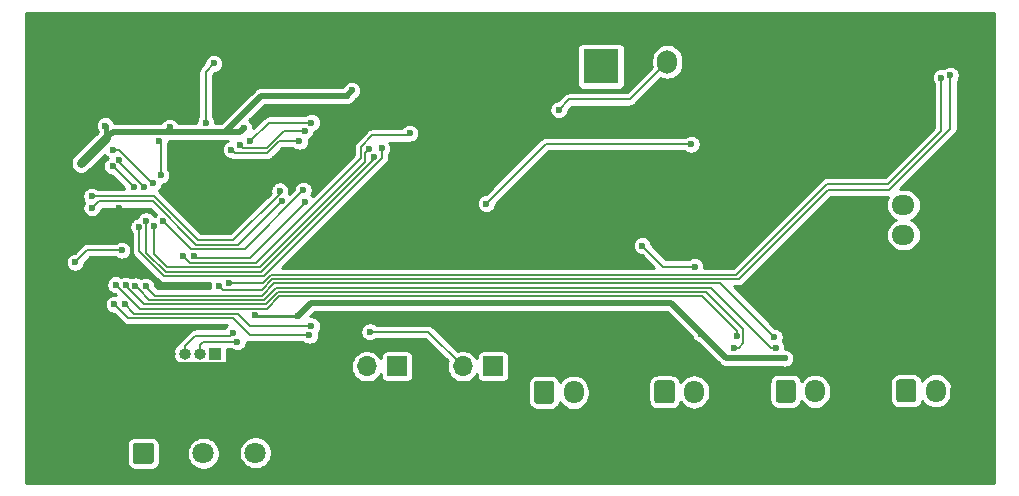
<source format=gbl>
G04 #@! TF.GenerationSoftware,KiCad,Pcbnew,(5.1.6)-1*
G04 #@! TF.CreationDate,2021-02-25T15:27:45+08:00*
G04 #@! TF.ProjectId,Light_detector_V1.0,4c696768-745f-4646-9574-6563746f725f,rev?*
G04 #@! TF.SameCoordinates,Original*
G04 #@! TF.FileFunction,Copper,L2,Bot*
G04 #@! TF.FilePolarity,Positive*
%FSLAX46Y46*%
G04 Gerber Fmt 4.6, Leading zero omitted, Abs format (unit mm)*
G04 Created by KiCad (PCBNEW (5.1.6)-1) date 2021-02-25 15:27:45*
%MOMM*%
%LPD*%
G01*
G04 APERTURE LIST*
G04 #@! TA.AperFunction,ComponentPad*
%ADD10O,1.700000X2.000000*%
G04 #@! TD*
G04 #@! TA.AperFunction,ComponentPad*
%ADD11C,3.000000*%
G04 #@! TD*
G04 #@! TA.AperFunction,ComponentPad*
%ADD12R,3.000000X3.000000*%
G04 #@! TD*
G04 #@! TA.AperFunction,ComponentPad*
%ADD13C,1.800000*%
G04 #@! TD*
G04 #@! TA.AperFunction,Conductor*
%ADD14R,2.100000X2.100000*%
G04 #@! TD*
G04 #@! TA.AperFunction,ViaPad*
%ADD15C,0.600000*%
G04 #@! TD*
G04 #@! TA.AperFunction,ComponentPad*
%ADD16O,1.700000X1.950000*%
G04 #@! TD*
G04 #@! TA.AperFunction,ComponentPad*
%ADD17O,1.700000X1.700000*%
G04 #@! TD*
G04 #@! TA.AperFunction,ComponentPad*
%ADD18R,1.700000X1.700000*%
G04 #@! TD*
G04 #@! TA.AperFunction,ComponentPad*
%ADD19O,1.000000X1.000000*%
G04 #@! TD*
G04 #@! TA.AperFunction,ComponentPad*
%ADD20R,1.000000X1.000000*%
G04 #@! TD*
G04 #@! TA.AperFunction,ComponentPad*
%ADD21O,1.950000X1.700000*%
G04 #@! TD*
G04 #@! TA.AperFunction,ComponentPad*
%ADD22O,1.200000X1.900000*%
G04 #@! TD*
G04 #@! TA.AperFunction,ComponentPad*
%ADD23C,1.450000*%
G04 #@! TD*
G04 #@! TA.AperFunction,ViaPad*
%ADD24C,0.800000*%
G04 #@! TD*
G04 #@! TA.AperFunction,Conductor*
%ADD25C,2.032000*%
G04 #@! TD*
G04 #@! TA.AperFunction,Conductor*
%ADD26C,2.540000*%
G04 #@! TD*
G04 #@! TA.AperFunction,Conductor*
%ADD27C,0.254000*%
G04 #@! TD*
G04 #@! TA.AperFunction,Conductor*
%ADD28C,0.203200*%
G04 #@! TD*
G04 #@! TA.AperFunction,Conductor*
%ADD29C,1.270000*%
G04 #@! TD*
G04 #@! TA.AperFunction,Conductor*
%ADD30C,0.762000*%
G04 #@! TD*
G04 #@! TA.AperFunction,Conductor*
%ADD31C,0.508000*%
G04 #@! TD*
G04 #@! TA.AperFunction,Conductor*
%ADD32C,0.381000*%
G04 #@! TD*
G04 APERTURE END LIST*
D10*
X71856000Y-24699000D03*
G04 #@! TA.AperFunction,ComponentPad*
G36*
G01*
X75206000Y-23949000D02*
X75206000Y-25449000D01*
G75*
G02*
X74956000Y-25699000I-250000J0D01*
G01*
X73756000Y-25699000D01*
G75*
G02*
X73506000Y-25449000I0J250000D01*
G01*
X73506000Y-23949000D01*
G75*
G02*
X73756000Y-23699000I250000J0D01*
G01*
X74956000Y-23699000D01*
G75*
G02*
X75206000Y-23949000I0J-250000D01*
G01*
G37*
G04 #@! TD.AperFunction*
D11*
X62348000Y-25080000D03*
D12*
X66228000Y-25080000D03*
D13*
X32573000Y-57846000D03*
X30033000Y-57846000D03*
G04 #@! TA.AperFunction,ComponentPad*
G36*
G01*
X26593000Y-58495800D02*
X26593000Y-57196200D01*
G75*
G02*
X26843200Y-56946000I250200J0D01*
G01*
X28142800Y-56946000D01*
G75*
G02*
X28393000Y-57196200I0J-250200D01*
G01*
X28393000Y-58495800D01*
G75*
G02*
X28142800Y-58746000I-250200J0D01*
G01*
X26843200Y-58746000D01*
G75*
G02*
X26593000Y-58495800I0J250200D01*
G01*
G37*
G04 #@! TD.AperFunction*
D14*
X88072000Y-29779000D03*
D15*
X87322000Y-30529000D03*
X87322000Y-29779000D03*
X87322000Y-29029000D03*
X88072000Y-30529000D03*
X88072000Y-29779000D03*
X88072000Y-29029000D03*
X88822000Y-30529000D03*
X88822000Y-29779000D03*
X88822000Y-29029000D03*
D16*
X76612001Y-52641997D03*
X74112001Y-52641997D03*
G04 #@! TA.AperFunction,ComponentPad*
G36*
G01*
X70762001Y-53366997D02*
X70762001Y-51916997D01*
G75*
G02*
X71012001Y-51666997I250000J0D01*
G01*
X72212001Y-51666997D01*
G75*
G02*
X72462001Y-51916997I0J-250000D01*
G01*
X72462001Y-53366997D01*
G75*
G02*
X72212001Y-53616997I-250000J0D01*
G01*
X71012001Y-53616997D01*
G75*
G02*
X70762001Y-53366997I0J250000D01*
G01*
G37*
G04 #@! TD.AperFunction*
D17*
X43876000Y-50480000D03*
X46416000Y-50480000D03*
D18*
X48956000Y-50480000D03*
D16*
X97073404Y-52544495D03*
X94573404Y-52544495D03*
G04 #@! TA.AperFunction,ComponentPad*
G36*
G01*
X91223404Y-53269495D02*
X91223404Y-51819495D01*
G75*
G02*
X91473404Y-51569495I250000J0D01*
G01*
X92673404Y-51569495D01*
G75*
G02*
X92923404Y-51819495I0J-250000D01*
G01*
X92923404Y-53269495D01*
G75*
G02*
X92673404Y-53519495I-250000J0D01*
G01*
X91473404Y-53519495D01*
G75*
G02*
X91223404Y-53269495I0J250000D01*
G01*
G37*
G04 #@! TD.AperFunction*
X86861997Y-52591999D03*
X84361997Y-52591999D03*
G04 #@! TA.AperFunction,ComponentPad*
G36*
G01*
X81011997Y-53316999D02*
X81011997Y-51866999D01*
G75*
G02*
X81261997Y-51616999I250000J0D01*
G01*
X82461997Y-51616999D01*
G75*
G02*
X82711997Y-51866999I0J-250000D01*
G01*
X82711997Y-53316999D01*
G75*
G02*
X82461997Y-53566999I-250000J0D01*
G01*
X81261997Y-53566999D01*
G75*
G02*
X81011997Y-53316999I0J250000D01*
G01*
G37*
G04 #@! TD.AperFunction*
X66412004Y-52667000D03*
X63912004Y-52667000D03*
G04 #@! TA.AperFunction,ComponentPad*
G36*
G01*
X60562004Y-53392000D02*
X60562004Y-51942000D01*
G75*
G02*
X60812004Y-51692000I250000J0D01*
G01*
X62012004Y-51692000D01*
G75*
G02*
X62262004Y-51942000I0J-250000D01*
G01*
X62262004Y-53392000D01*
G75*
G02*
X62012004Y-53642000I-250000J0D01*
G01*
X60812004Y-53642000D01*
G75*
G02*
X60562004Y-53392000I0J250000D01*
G01*
G37*
G04 #@! TD.AperFunction*
D17*
X52004000Y-50480000D03*
X54544000Y-50480000D03*
D18*
X57084000Y-50480000D03*
D19*
X29718000Y-49403000D03*
X30988000Y-49403000D03*
X32258000Y-49403000D03*
D20*
X33528000Y-49403000D03*
D21*
X91840000Y-36840000D03*
X91840000Y-39340000D03*
G04 #@! TA.AperFunction,ComponentPad*
G36*
G01*
X92565000Y-42690000D02*
X91115000Y-42690000D01*
G75*
G02*
X90865000Y-42440000I0J250000D01*
G01*
X90865000Y-41240000D01*
G75*
G02*
X91115000Y-40990000I250000J0D01*
G01*
X92565000Y-40990000D01*
G75*
G02*
X92815000Y-41240000I0J-250000D01*
G01*
X92815000Y-42440000D01*
G75*
G02*
X92565000Y-42690000I-250000J0D01*
G01*
G37*
G04 #@! TD.AperFunction*
D22*
X91907502Y-22018895D03*
X98907502Y-22018895D03*
D23*
X92907502Y-24718895D03*
X97907502Y-24718895D03*
D13*
X36977000Y-57785000D03*
X39477000Y-57785000D03*
D15*
X31940500Y-34925000D03*
X56515000Y-36703000D03*
X92898000Y-28255000D03*
X92898000Y-27239000D03*
X80960000Y-34605000D03*
X92898000Y-27747000D03*
X81849000Y-34605000D03*
X82738000Y-34605000D03*
X83754000Y-34605000D03*
X86106000Y-33147000D03*
X87249000Y-34036000D03*
X90043000Y-34036000D03*
X95809989Y-25844998D03*
X74168000Y-42037000D03*
X69723000Y-40259000D03*
X73871000Y-31661000D03*
X33528000Y-34925000D03*
X35179000Y-34925000D03*
X31940500Y-38100000D03*
X33528000Y-38100000D03*
X35179000Y-38100000D03*
X25400000Y-37084000D03*
X93345000Y-34671000D03*
X95123000Y-34671000D03*
X80957000Y-32327000D03*
X80957000Y-33020000D03*
X36004500Y-21336000D03*
X38100000Y-21336000D03*
X40513000Y-21336000D03*
X33782000Y-21336000D03*
D24*
X85791000Y-45527000D03*
X88140500Y-45527000D03*
X90485000Y-45527000D03*
X83378000Y-45527000D03*
X97073404Y-45611096D03*
X97073404Y-42690096D03*
X97073404Y-39578596D03*
X97091500Y-36639500D03*
D15*
X72390000Y-36576000D03*
X71247000Y-37655500D03*
X71247000Y-38798500D03*
X71247000Y-36576000D03*
X72390000Y-38798500D03*
X72390000Y-37655500D03*
X28892500Y-51308000D03*
X30480000Y-51308000D03*
X38671500Y-33972500D03*
X38671500Y-32956500D03*
X34925000Y-23304500D03*
X37084000Y-23304500D03*
X39370000Y-23304500D03*
X40513000Y-25209500D03*
X38163500Y-25209500D03*
X35941000Y-25209500D03*
X36576000Y-49466500D03*
X37782500Y-49466500D03*
X39052500Y-49530000D03*
X40576500Y-41592500D03*
X42164000Y-41592500D03*
X45148500Y-38798500D03*
X46418500Y-38798500D03*
X45847000Y-37719000D03*
X69659500Y-46545500D03*
X70802500Y-46545500D03*
X72009000Y-46545500D03*
X33528000Y-36512500D03*
X74676000Y-47698000D03*
X81788000Y-49783998D03*
X44704000Y-27559000D03*
X36004500Y-30289500D03*
X29718000Y-30226000D03*
X24257000Y-30099000D03*
X45148500Y-27114500D03*
X25654000Y-40640000D03*
X22796500Y-32702500D03*
X22288500Y-33210500D03*
X21717000Y-41656000D03*
X40576500Y-46223232D03*
X36956998Y-46147010D03*
X29147457Y-38156628D03*
X41021000Y-35560000D03*
X35052000Y-47625000D03*
X35439113Y-48397188D03*
X34925000Y-32131008D03*
X40702991Y-31415565D03*
X46569758Y-32089713D03*
X28384500Y-38608000D03*
X46981823Y-32719258D03*
X27732565Y-38162991D03*
X47677770Y-32029428D03*
X27114504Y-38671500D03*
X33909000Y-43687994D03*
X34712000Y-43393002D03*
X95032600Y-26035000D03*
X32766000Y-29845000D03*
X33464500Y-24828500D03*
X24888892Y-33524892D03*
X26670000Y-35306000D03*
X27560779Y-35304951D03*
X25449647Y-32964137D03*
X24892000Y-32131000D03*
X28321000Y-34925000D03*
X28813749Y-31438977D03*
X28956000Y-34290000D03*
X62672000Y-28763000D03*
X25019000Y-45212000D03*
X23114000Y-36068002D03*
X41551726Y-47838226D03*
X39052500Y-35623500D03*
X25908000Y-45212000D03*
X23139033Y-37058892D03*
X41718004Y-47055000D03*
X39206272Y-36507218D03*
X31750001Y-41148005D03*
X41208753Y-36600237D03*
X30861000Y-41148000D03*
X50038002Y-30733998D03*
X80899000Y-48006000D03*
X27686000Y-43687989D03*
X81026000Y-48895000D03*
X26818490Y-43666510D03*
X77470000Y-48895000D03*
X25982245Y-43613755D03*
X77724000Y-47879000D03*
X25145998Y-43561000D03*
X35657234Y-31702559D03*
X41148000Y-30543500D03*
X36540457Y-31411879D03*
X41719500Y-29845000D03*
X46666000Y-47555000D03*
D25*
X66412004Y-52667000D02*
X69559004Y-55814000D01*
D26*
X52004000Y-51682081D02*
X52004000Y-50480000D01*
X69559004Y-55814000D02*
X66487000Y-55814000D01*
X56135919Y-55814000D02*
X52004000Y-51682081D01*
X48007919Y-55814000D02*
X56135919Y-55814000D01*
X43876000Y-50480000D02*
X43876000Y-51682081D01*
X43876000Y-51682081D02*
X48007919Y-55814000D01*
X86861997Y-55505003D02*
X86553000Y-55814000D01*
X86861997Y-52591999D02*
X86861997Y-55505003D01*
X76612001Y-54768001D02*
X77658000Y-55814000D01*
X76612001Y-52641997D02*
X76612001Y-54768001D01*
X69559004Y-55814000D02*
X76774000Y-55814000D01*
X77658000Y-55814000D02*
X86553000Y-55814000D01*
X94642572Y-55814000D02*
X94554000Y-55814000D01*
X95189000Y-55814000D02*
X94642572Y-55814000D01*
X97073404Y-52544495D02*
X97073404Y-53929596D01*
X97073404Y-53929596D02*
X95189000Y-55814000D01*
D25*
X92907502Y-27229498D02*
X92390000Y-27747000D01*
X92907502Y-24718895D02*
X92907502Y-27229498D01*
X92887607Y-24699000D02*
X92907502Y-24718895D01*
X74356000Y-24699000D02*
X92887607Y-24699000D01*
X92907502Y-24718895D02*
X93632501Y-23993896D01*
X97182503Y-23993896D02*
X97907502Y-24718895D01*
X93632501Y-23993896D02*
X97182503Y-23993896D01*
X97073404Y-37581596D02*
X97073404Y-39578596D01*
X97907502Y-36747498D02*
X97073404Y-37581596D01*
X90358000Y-29779000D02*
X92898000Y-27239000D01*
X88072000Y-29779000D02*
X90358000Y-29779000D01*
D27*
X87249000Y-30602000D02*
X87322000Y-30529000D01*
X85212000Y-33147000D02*
X83754000Y-34605000D01*
X86106000Y-33147000D02*
X85212000Y-33147000D01*
X80960000Y-32449000D02*
X80957000Y-32446000D01*
D25*
X97907502Y-24718895D02*
X97907502Y-34026502D01*
D27*
X97898004Y-34036000D02*
X97907502Y-34026502D01*
D25*
X97907502Y-34026502D02*
X97907502Y-36747498D01*
D28*
X71501000Y-42037000D02*
X69723000Y-40259000D01*
X74168000Y-42037000D02*
X71501000Y-42037000D01*
X61557000Y-31661000D02*
X56515000Y-36703000D01*
X73871000Y-31661000D02*
X61557000Y-31661000D01*
D29*
X31115000Y-59817000D02*
X37445000Y-59817000D01*
X30033000Y-57846000D02*
X30033000Y-58735000D01*
X30033000Y-58735000D02*
X31115000Y-59817000D01*
X44004919Y-59817000D02*
X48007919Y-55814000D01*
X37445000Y-59817000D02*
X44004919Y-59817000D01*
D30*
X93345000Y-34671000D02*
X95123000Y-34671000D01*
X97263004Y-34671000D02*
X97907502Y-34026502D01*
X95123000Y-34671000D02*
X97263004Y-34671000D01*
X80957000Y-32327000D02*
X80957000Y-33020000D01*
X80957000Y-34602000D02*
X80960000Y-34605000D01*
X80957000Y-33020000D02*
X80957000Y-34602000D01*
X80960000Y-34605000D02*
X83754000Y-34605000D01*
X80957000Y-33335000D02*
X80957000Y-33020000D01*
X81849000Y-34605000D02*
X81849000Y-34227000D01*
X81849000Y-34227000D02*
X80957000Y-33335000D01*
X58604000Y-21336000D02*
X62348000Y-25080000D01*
X40513000Y-21336000D02*
X58604000Y-21336000D01*
X29718000Y-49403000D02*
X29718000Y-50110106D01*
X30087894Y-50480000D02*
X43876000Y-50480000D01*
X29718000Y-50110106D02*
X30087894Y-50480000D01*
D26*
X94554000Y-55814000D02*
X86870500Y-55814000D01*
X86870500Y-55814000D02*
X86553000Y-55814000D01*
X76774000Y-55814000D02*
X77658000Y-55814000D01*
X66487000Y-55814000D02*
X56135919Y-55814000D01*
D25*
X97073404Y-45611096D02*
X97073404Y-52544495D01*
X97073404Y-42690096D02*
X97073404Y-45611096D01*
X97073404Y-39578596D02*
X97073404Y-42690096D01*
D29*
X39477000Y-58493500D02*
X39477000Y-57785000D01*
X37445000Y-59817000D02*
X38153500Y-59817000D01*
X38153500Y-59817000D02*
X39477000Y-58493500D01*
D31*
X35687000Y-30607000D02*
X36004500Y-30289500D01*
D32*
X29718000Y-30226000D02*
X29718000Y-30226000D01*
D31*
X24892000Y-30607000D02*
X35687000Y-30607000D01*
D32*
X29337000Y-30607000D02*
X29718000Y-30226000D01*
X24320500Y-30162500D02*
X24257000Y-30099000D01*
X24320500Y-31178500D02*
X24320500Y-30162500D01*
D31*
X24320500Y-31178500D02*
X24892000Y-30607000D01*
X44704000Y-27559000D02*
X45148500Y-27114500D01*
D30*
X24320500Y-31178500D02*
X22796500Y-32702500D01*
X22796500Y-32702500D02*
X22288500Y-33210500D01*
X22288500Y-33210500D02*
X22225000Y-33274000D01*
D28*
X22733000Y-40640000D02*
X21717000Y-41656000D01*
X25654000Y-40640000D02*
X22733000Y-40640000D01*
D27*
X40576500Y-46223232D02*
X37033220Y-46223232D01*
X37033220Y-46223232D02*
X36956998Y-46147010D01*
D31*
X41714732Y-45085000D02*
X40576500Y-46223232D01*
X72136000Y-45085000D02*
X41714732Y-45085000D01*
X81788000Y-49783998D02*
X76834998Y-49783998D01*
X76834998Y-49783998D02*
X72136000Y-45085000D01*
X44704000Y-27559000D02*
X37465000Y-27559000D01*
X37465000Y-27559000D02*
X34417000Y-30607000D01*
D28*
X36055278Y-40525722D02*
X31516551Y-40525722D01*
X41021000Y-35560000D02*
X36055278Y-40525722D01*
X29447456Y-38456627D02*
X29147457Y-38156628D01*
X31516551Y-40525722D02*
X29447456Y-38456627D01*
X34798000Y-47879000D02*
X35052000Y-47625000D01*
X31877000Y-47879000D02*
X34798000Y-47879000D01*
X30988000Y-49403000D02*
X30988000Y-48768000D01*
X30988000Y-48768000D02*
X31877000Y-47879000D01*
X32556706Y-48397188D02*
X35439113Y-48397188D01*
X32258000Y-48695894D02*
X32556706Y-48397188D01*
X32258000Y-49403000D02*
X32258000Y-48695894D01*
X34925000Y-32131008D02*
X35115504Y-32131008D01*
X39005935Y-31415565D02*
X40702991Y-31415565D01*
X37990493Y-32431007D02*
X39005935Y-31415565D01*
X35224999Y-32431007D02*
X37990493Y-32431007D01*
X34925000Y-32131008D02*
X35224999Y-32431007D01*
X29483948Y-42087778D02*
X28384500Y-40988330D01*
X28384500Y-40988330D02*
X28384500Y-38608000D01*
X46269759Y-32389712D02*
X46269759Y-33163650D01*
X46569758Y-32089713D02*
X46269759Y-32389712D01*
X46269759Y-33163650D02*
X37345631Y-42087778D01*
X37345631Y-42087778D02*
X29483948Y-42087778D01*
X27732565Y-40839304D02*
X27732565Y-38162991D01*
X29374761Y-42481500D02*
X27732565Y-40839304D01*
X37454818Y-42481500D02*
X29374761Y-42481500D01*
X46981823Y-32954495D02*
X37454818Y-42481500D01*
X46981823Y-32719258D02*
X46981823Y-32954495D01*
X37680889Y-42837111D02*
X29227463Y-42837111D01*
X27114504Y-40724152D02*
X27114504Y-38671500D01*
X47244000Y-33274000D02*
X37680889Y-42837111D01*
X29227463Y-42837111D02*
X27114504Y-40724152D01*
X47677770Y-32840230D02*
X47677770Y-32029428D01*
X47245096Y-33269213D02*
X47248787Y-33269213D01*
X47248787Y-33269213D02*
X47677770Y-32840230D01*
X85442236Y-35560000D02*
X77898458Y-43103778D01*
X95809989Y-25844998D02*
X95809989Y-30367761D01*
X34208999Y-43987993D02*
X33909000Y-43687994D01*
X38420040Y-43103778D02*
X37535825Y-43987993D01*
X77898458Y-43103778D02*
X38420040Y-43103778D01*
X90617750Y-35560000D02*
X85442236Y-35560000D01*
X95809989Y-30367761D02*
X90617750Y-35560000D01*
X37535825Y-43987993D02*
X34208999Y-43987993D01*
X95032600Y-30570400D02*
X95032600Y-26035000D01*
X34712000Y-43393002D02*
X37627906Y-43393002D01*
X85375486Y-35052000D02*
X90551000Y-35052000D01*
X90551000Y-35052000D02*
X95032600Y-30570400D01*
X38272741Y-42748167D02*
X77679319Y-42748167D01*
X77679319Y-42748167D02*
X85375486Y-35052000D01*
X37627906Y-43393002D02*
X38272741Y-42748167D01*
X32766000Y-25527000D02*
X33464500Y-24828500D01*
X32766000Y-29845000D02*
X32766000Y-25527000D01*
X24888892Y-33524892D02*
X26670000Y-35306000D01*
X27560779Y-35304951D02*
X25449647Y-33193819D01*
X25449647Y-33193819D02*
X25449647Y-32964137D01*
X25400000Y-32131000D02*
X24892000Y-32131000D01*
X28321000Y-34925000D02*
X28194000Y-34925000D01*
X28194000Y-34925000D02*
X25400000Y-32131000D01*
X28956000Y-31581228D02*
X28813749Y-31438977D01*
X28956000Y-34290000D02*
X28956000Y-31581228D01*
X63561000Y-27874000D02*
X62672000Y-28763000D01*
X71856000Y-24699000D02*
X68681000Y-27874000D01*
X68681000Y-27874000D02*
X63561000Y-27874000D01*
X25019000Y-45212000D02*
X26187444Y-46380444D01*
X35077444Y-46380444D02*
X36535226Y-47838226D01*
X36535226Y-47838226D02*
X41551726Y-47838226D01*
X26187444Y-46380444D02*
X35077444Y-46380444D01*
X35115500Y-39814500D02*
X39052500Y-35877500D01*
X23114000Y-36068002D02*
X28384502Y-36068002D01*
X39052500Y-35877500D02*
X39052500Y-35623500D01*
X32131000Y-39814500D02*
X35115500Y-39814500D01*
X28384502Y-36068002D02*
X32131000Y-39814500D01*
X25908000Y-45212000D02*
X25908000Y-45212000D01*
X36514000Y-47055000D02*
X41718004Y-47055000D01*
X25908000Y-45212000D02*
X26720833Y-46024833D01*
X35483833Y-46024833D02*
X36514000Y-47055000D01*
X26720833Y-46024833D02*
X35483833Y-46024833D01*
X28319335Y-36505744D02*
X31983702Y-40170111D01*
X31983702Y-40170111D02*
X35543379Y-40170111D01*
X23139033Y-37058892D02*
X23692181Y-36505744D01*
X35543379Y-40170111D02*
X39206272Y-36507218D01*
X23692181Y-36505744D02*
X28319335Y-36505744D01*
X40908754Y-36900236D02*
X41208753Y-36600237D01*
X36533990Y-41275000D02*
X40908754Y-36900236D01*
X31750001Y-41148005D02*
X31876996Y-41275000D01*
X31876996Y-41275000D02*
X36533990Y-41275000D01*
X49847500Y-30924500D02*
X50038002Y-30733998D01*
X30861000Y-41148000D02*
X31415006Y-41702006D01*
X37037994Y-41702006D02*
X45910500Y-32829500D01*
X46878912Y-30924500D02*
X49847500Y-30924500D01*
X31415006Y-41702006D02*
X37037994Y-41702006D01*
X45910500Y-32829500D02*
X45910500Y-31892912D01*
X45910500Y-31892912D02*
X46878912Y-30924500D01*
X28478177Y-44480166D02*
X27985999Y-43987988D01*
X27985999Y-43987988D02*
X27686000Y-43687989D01*
X76352389Y-43459389D02*
X38567337Y-43459389D01*
X38567337Y-43459389D02*
X37546560Y-44480166D01*
X37546560Y-44480166D02*
X28478177Y-44480166D01*
X80899000Y-48006000D02*
X76352389Y-43459389D01*
X81026000Y-48895000D02*
X80601736Y-48895000D01*
X27987757Y-44835777D02*
X27118489Y-43966509D01*
X80601736Y-48895000D02*
X75521736Y-43815000D01*
X27118489Y-43966509D02*
X26818490Y-43666510D01*
X38714636Y-43815000D02*
X37693859Y-44835777D01*
X75521736Y-43815000D02*
X38714636Y-43815000D01*
X37693859Y-44835777D02*
X27987757Y-44835777D01*
X35009113Y-45191387D02*
X34963111Y-45237389D01*
X34963111Y-45237389D02*
X27584389Y-45237389D01*
X37841158Y-45191386D02*
X35009113Y-45191387D01*
X38861934Y-44170610D02*
X37841158Y-45191386D01*
X77894264Y-48895000D02*
X78278001Y-48511263D01*
X27584389Y-45237389D02*
X25982245Y-43635245D01*
X75153519Y-44170610D02*
X38861934Y-44170610D01*
X25982245Y-43635245D02*
X25982245Y-43613755D01*
X77470000Y-48895000D02*
X77894264Y-48895000D01*
X78278001Y-47295092D02*
X75153519Y-44170610D01*
X78278001Y-48511263D02*
X78278001Y-47295092D01*
X26796998Y-45212000D02*
X25145998Y-43561000D01*
X27177998Y-45593000D02*
X26796998Y-45212000D01*
X77724000Y-47498000D02*
X74752220Y-44526220D01*
X77724000Y-47879000D02*
X77724000Y-47498000D01*
X74752220Y-44526220D02*
X39009232Y-44526220D01*
X39009232Y-44526220D02*
X37942452Y-45593000D01*
X37942452Y-45593000D02*
X27177998Y-45593000D01*
X37916034Y-32002558D02*
X39375092Y-30543500D01*
X35957233Y-32002558D02*
X37916034Y-32002558D01*
X39375092Y-30543500D02*
X41148000Y-30543500D01*
X35657234Y-31702559D02*
X35957233Y-32002558D01*
X36540457Y-31411879D02*
X38107336Y-29845000D01*
X38107336Y-29845000D02*
X41719500Y-29845000D01*
X51619000Y-47555000D02*
X46666000Y-47555000D01*
X54544000Y-50480000D02*
X51619000Y-47555000D01*
D27*
G36*
X99467001Y-60317000D02*
G01*
X17533000Y-60317000D01*
X17533000Y-57196200D01*
X26082543Y-57196200D01*
X26082543Y-58495800D01*
X26097159Y-58644197D01*
X26140445Y-58786891D01*
X26210737Y-58918398D01*
X26305334Y-59033666D01*
X26420602Y-59128263D01*
X26552109Y-59198555D01*
X26694803Y-59241841D01*
X26843200Y-59256457D01*
X28142800Y-59256457D01*
X28291197Y-59241841D01*
X28433891Y-59198555D01*
X28565398Y-59128263D01*
X28680666Y-59033666D01*
X28775263Y-58918398D01*
X28845555Y-58786891D01*
X28888841Y-58644197D01*
X28903457Y-58495800D01*
X28903457Y-57707324D01*
X31165000Y-57707324D01*
X31165000Y-57984676D01*
X31219108Y-58256699D01*
X31325246Y-58512938D01*
X31479335Y-58743548D01*
X31675452Y-58939665D01*
X31906062Y-59093754D01*
X32162301Y-59199892D01*
X32434324Y-59254000D01*
X32711676Y-59254000D01*
X32983699Y-59199892D01*
X33239938Y-59093754D01*
X33470548Y-58939665D01*
X33666665Y-58743548D01*
X33820754Y-58512938D01*
X33926892Y-58256699D01*
X33981000Y-57984676D01*
X33981000Y-57707324D01*
X33968867Y-57646324D01*
X35569000Y-57646324D01*
X35569000Y-57923676D01*
X35623108Y-58195699D01*
X35729246Y-58451938D01*
X35883335Y-58682548D01*
X36079452Y-58878665D01*
X36310062Y-59032754D01*
X36566301Y-59138892D01*
X36838324Y-59193000D01*
X37115676Y-59193000D01*
X37387699Y-59138892D01*
X37643938Y-59032754D01*
X37874548Y-58878665D01*
X38070665Y-58682548D01*
X38224754Y-58451938D01*
X38330892Y-58195699D01*
X38385000Y-57923676D01*
X38385000Y-57646324D01*
X38330892Y-57374301D01*
X38224754Y-57118062D01*
X38070665Y-56887452D01*
X37874548Y-56691335D01*
X37643938Y-56537246D01*
X37387699Y-56431108D01*
X37115676Y-56377000D01*
X36838324Y-56377000D01*
X36566301Y-56431108D01*
X36310062Y-56537246D01*
X36079452Y-56691335D01*
X35883335Y-56887452D01*
X35729246Y-57118062D01*
X35623108Y-57374301D01*
X35569000Y-57646324D01*
X33968867Y-57646324D01*
X33926892Y-57435301D01*
X33820754Y-57179062D01*
X33666665Y-56948452D01*
X33470548Y-56752335D01*
X33239938Y-56598246D01*
X32983699Y-56492108D01*
X32711676Y-56438000D01*
X32434324Y-56438000D01*
X32162301Y-56492108D01*
X31906062Y-56598246D01*
X31675452Y-56752335D01*
X31479335Y-56948452D01*
X31325246Y-57179062D01*
X31219108Y-57435301D01*
X31165000Y-57707324D01*
X28903457Y-57707324D01*
X28903457Y-57196200D01*
X28888841Y-57047803D01*
X28845555Y-56905109D01*
X28775263Y-56773602D01*
X28680666Y-56658334D01*
X28565398Y-56563737D01*
X28433891Y-56493445D01*
X28291197Y-56450159D01*
X28142800Y-56435543D01*
X26843200Y-56435543D01*
X26694803Y-56450159D01*
X26552109Y-56493445D01*
X26420602Y-56563737D01*
X26305334Y-56658334D01*
X26210737Y-56773602D01*
X26140445Y-56905109D01*
X26097159Y-57047803D01*
X26082543Y-57196200D01*
X17533000Y-57196200D01*
X17533000Y-51942000D01*
X60051547Y-51942000D01*
X60051547Y-53392000D01*
X60066159Y-53540358D01*
X60109433Y-53683014D01*
X60179707Y-53814487D01*
X60274280Y-53929724D01*
X60389517Y-54024297D01*
X60520990Y-54094571D01*
X60663646Y-54137845D01*
X60812004Y-54152457D01*
X62012004Y-54152457D01*
X62160362Y-54137845D01*
X62303018Y-54094571D01*
X62434491Y-54024297D01*
X62549728Y-53929724D01*
X62644301Y-53814487D01*
X62714575Y-53683014D01*
X62757849Y-53540358D01*
X62760081Y-53517700D01*
X62777406Y-53550114D01*
X62947108Y-53756897D01*
X63153891Y-53926598D01*
X63389807Y-54052698D01*
X63645791Y-54130350D01*
X63912004Y-54156570D01*
X64178218Y-54130350D01*
X64434202Y-54052698D01*
X64670118Y-53926598D01*
X64876901Y-53756897D01*
X65046602Y-53550113D01*
X65172702Y-53314197D01*
X65250354Y-53058213D01*
X65270004Y-52858705D01*
X65270004Y-52475294D01*
X65250354Y-52275786D01*
X65172702Y-52019802D01*
X65117752Y-51916997D01*
X70251544Y-51916997D01*
X70251544Y-53366997D01*
X70266156Y-53515355D01*
X70309430Y-53658011D01*
X70379704Y-53789484D01*
X70474277Y-53904721D01*
X70589514Y-53999294D01*
X70720987Y-54069568D01*
X70863643Y-54112842D01*
X71012001Y-54127454D01*
X72212001Y-54127454D01*
X72360359Y-54112842D01*
X72503015Y-54069568D01*
X72634488Y-53999294D01*
X72749725Y-53904721D01*
X72844298Y-53789484D01*
X72914572Y-53658011D01*
X72957846Y-53515355D01*
X72960078Y-53492697D01*
X72977403Y-53525111D01*
X73147105Y-53731894D01*
X73353888Y-53901595D01*
X73589804Y-54027695D01*
X73845788Y-54105347D01*
X74112001Y-54131567D01*
X74378215Y-54105347D01*
X74634199Y-54027695D01*
X74870115Y-53901595D01*
X75076898Y-53731894D01*
X75246599Y-53525110D01*
X75372699Y-53289194D01*
X75450351Y-53033210D01*
X75470001Y-52833702D01*
X75470001Y-52450291D01*
X75450351Y-52250783D01*
X75372699Y-51994799D01*
X75304389Y-51866999D01*
X80501540Y-51866999D01*
X80501540Y-53316999D01*
X80516152Y-53465357D01*
X80559426Y-53608013D01*
X80629700Y-53739486D01*
X80724273Y-53854723D01*
X80839510Y-53949296D01*
X80970983Y-54019570D01*
X81113639Y-54062844D01*
X81261997Y-54077456D01*
X82461997Y-54077456D01*
X82610355Y-54062844D01*
X82753011Y-54019570D01*
X82884484Y-53949296D01*
X82999721Y-53854723D01*
X83094294Y-53739486D01*
X83164568Y-53608013D01*
X83207842Y-53465357D01*
X83210074Y-53442699D01*
X83227399Y-53475113D01*
X83397101Y-53681896D01*
X83603884Y-53851597D01*
X83839800Y-53977697D01*
X84095784Y-54055349D01*
X84361997Y-54081569D01*
X84628211Y-54055349D01*
X84884195Y-53977697D01*
X85120111Y-53851597D01*
X85326894Y-53681896D01*
X85496595Y-53475112D01*
X85622695Y-53239196D01*
X85700347Y-52983212D01*
X85719997Y-52783704D01*
X85719997Y-52400293D01*
X85700347Y-52200785D01*
X85622695Y-51944801D01*
X85555718Y-51819495D01*
X90712947Y-51819495D01*
X90712947Y-53269495D01*
X90727559Y-53417853D01*
X90770833Y-53560509D01*
X90841107Y-53691982D01*
X90935680Y-53807219D01*
X91050917Y-53901792D01*
X91182390Y-53972066D01*
X91325046Y-54015340D01*
X91473404Y-54029952D01*
X92673404Y-54029952D01*
X92821762Y-54015340D01*
X92964418Y-53972066D01*
X93095891Y-53901792D01*
X93211128Y-53807219D01*
X93305701Y-53691982D01*
X93375975Y-53560509D01*
X93419249Y-53417853D01*
X93421481Y-53395195D01*
X93438806Y-53427609D01*
X93608508Y-53634392D01*
X93815291Y-53804093D01*
X94051207Y-53930193D01*
X94307191Y-54007845D01*
X94573404Y-54034065D01*
X94839618Y-54007845D01*
X95095602Y-53930193D01*
X95331518Y-53804093D01*
X95538301Y-53634392D01*
X95708002Y-53427608D01*
X95834102Y-53191692D01*
X95911754Y-52935708D01*
X95931404Y-52736200D01*
X95931404Y-52352789D01*
X95911754Y-52153281D01*
X95834102Y-51897297D01*
X95708002Y-51661381D01*
X95538300Y-51454598D01*
X95331517Y-51284897D01*
X95095601Y-51158797D01*
X94839617Y-51081145D01*
X94573404Y-51054925D01*
X94307190Y-51081145D01*
X94051206Y-51158797D01*
X93815290Y-51284897D01*
X93608507Y-51454599D01*
X93438806Y-51661382D01*
X93421481Y-51693795D01*
X93419249Y-51671137D01*
X93375975Y-51528481D01*
X93305701Y-51397008D01*
X93211128Y-51281771D01*
X93095891Y-51187198D01*
X92964418Y-51116924D01*
X92821762Y-51073650D01*
X92673404Y-51059038D01*
X91473404Y-51059038D01*
X91325046Y-51073650D01*
X91182390Y-51116924D01*
X91050917Y-51187198D01*
X90935680Y-51281771D01*
X90841107Y-51397008D01*
X90770833Y-51528481D01*
X90727559Y-51671137D01*
X90712947Y-51819495D01*
X85555718Y-51819495D01*
X85496595Y-51708885D01*
X85326893Y-51502102D01*
X85120110Y-51332401D01*
X84884194Y-51206301D01*
X84628210Y-51128649D01*
X84361997Y-51102429D01*
X84095783Y-51128649D01*
X83839799Y-51206301D01*
X83603883Y-51332401D01*
X83397100Y-51502103D01*
X83227399Y-51708886D01*
X83210074Y-51741299D01*
X83207842Y-51718641D01*
X83164568Y-51575985D01*
X83094294Y-51444512D01*
X82999721Y-51329275D01*
X82884484Y-51234702D01*
X82753011Y-51164428D01*
X82610355Y-51121154D01*
X82461997Y-51106542D01*
X81261997Y-51106542D01*
X81113639Y-51121154D01*
X80970983Y-51164428D01*
X80839510Y-51234702D01*
X80724273Y-51329275D01*
X80629700Y-51444512D01*
X80559426Y-51575985D01*
X80516152Y-51718641D01*
X80501540Y-51866999D01*
X75304389Y-51866999D01*
X75246599Y-51758883D01*
X75076897Y-51552100D01*
X74870114Y-51382399D01*
X74634198Y-51256299D01*
X74378214Y-51178647D01*
X74112001Y-51152427D01*
X73845787Y-51178647D01*
X73589803Y-51256299D01*
X73353887Y-51382399D01*
X73147104Y-51552101D01*
X72977403Y-51758884D01*
X72960078Y-51791297D01*
X72957846Y-51768639D01*
X72914572Y-51625983D01*
X72844298Y-51494510D01*
X72749725Y-51379273D01*
X72634488Y-51284700D01*
X72503015Y-51214426D01*
X72360359Y-51171152D01*
X72212001Y-51156540D01*
X71012001Y-51156540D01*
X70863643Y-51171152D01*
X70720987Y-51214426D01*
X70589514Y-51284700D01*
X70474277Y-51379273D01*
X70379704Y-51494510D01*
X70309430Y-51625983D01*
X70266156Y-51768639D01*
X70251544Y-51916997D01*
X65117752Y-51916997D01*
X65046602Y-51783886D01*
X64876900Y-51577103D01*
X64670117Y-51407402D01*
X64434201Y-51281302D01*
X64178217Y-51203650D01*
X63912004Y-51177430D01*
X63645790Y-51203650D01*
X63389806Y-51281302D01*
X63153890Y-51407402D01*
X62947107Y-51577104D01*
X62777406Y-51783887D01*
X62760081Y-51816300D01*
X62757849Y-51793642D01*
X62714575Y-51650986D01*
X62644301Y-51519513D01*
X62549728Y-51404276D01*
X62434491Y-51309703D01*
X62303018Y-51239429D01*
X62160362Y-51196155D01*
X62012004Y-51181543D01*
X60812004Y-51181543D01*
X60663646Y-51196155D01*
X60520990Y-51239429D01*
X60389517Y-51309703D01*
X60274280Y-51404276D01*
X60179707Y-51519513D01*
X60109433Y-51650986D01*
X60066159Y-51793642D01*
X60051547Y-51942000D01*
X17533000Y-51942000D01*
X17533000Y-41576419D01*
X20909000Y-41576419D01*
X20909000Y-41735581D01*
X20940051Y-41891685D01*
X21000959Y-42038732D01*
X21089385Y-42171070D01*
X21201930Y-42283615D01*
X21334268Y-42372041D01*
X21481315Y-42432949D01*
X21637419Y-42464000D01*
X21796581Y-42464000D01*
X21952685Y-42432949D01*
X22099732Y-42372041D01*
X22232070Y-42283615D01*
X22344615Y-42171070D01*
X22433041Y-42038732D01*
X22493949Y-41891685D01*
X22525000Y-41735581D01*
X22525000Y-41710103D01*
X22985504Y-41249600D01*
X25120915Y-41249600D01*
X25138930Y-41267615D01*
X25271268Y-41356041D01*
X25418315Y-41416949D01*
X25574419Y-41448000D01*
X25733581Y-41448000D01*
X25889685Y-41416949D01*
X26036732Y-41356041D01*
X26169070Y-41267615D01*
X26281615Y-41155070D01*
X26370041Y-41022732D01*
X26430949Y-40875685D01*
X26462000Y-40719581D01*
X26462000Y-40560419D01*
X26430949Y-40404315D01*
X26370041Y-40257268D01*
X26281615Y-40124930D01*
X26169070Y-40012385D01*
X26036732Y-39923959D01*
X25889685Y-39863051D01*
X25733581Y-39832000D01*
X25574419Y-39832000D01*
X25418315Y-39863051D01*
X25271268Y-39923959D01*
X25138930Y-40012385D01*
X25120915Y-40030400D01*
X22762941Y-40030400D01*
X22733000Y-40027451D01*
X22613497Y-40039221D01*
X22581551Y-40048912D01*
X22498588Y-40074079D01*
X22392686Y-40130684D01*
X22299862Y-40206862D01*
X22280769Y-40230127D01*
X21662897Y-40848000D01*
X21637419Y-40848000D01*
X21481315Y-40879051D01*
X21334268Y-40939959D01*
X21201930Y-41028385D01*
X21089385Y-41140930D01*
X21000959Y-41273268D01*
X20940051Y-41420315D01*
X20909000Y-41576419D01*
X17533000Y-41576419D01*
X17533000Y-33274000D01*
X21331700Y-33274000D01*
X21348864Y-33448274D01*
X21399698Y-33615852D01*
X21482248Y-33770291D01*
X21593341Y-33905659D01*
X21728709Y-34016752D01*
X21883148Y-34099302D01*
X22050726Y-34150136D01*
X22225000Y-34167300D01*
X22399274Y-34150136D01*
X22566852Y-34099302D01*
X22721291Y-34016752D01*
X22822740Y-33933495D01*
X24202613Y-32553622D01*
X24264385Y-32646070D01*
X24376930Y-32758615D01*
X24479136Y-32826908D01*
X24373822Y-32897277D01*
X24261277Y-33009822D01*
X24172851Y-33142160D01*
X24111943Y-33289207D01*
X24080892Y-33445311D01*
X24080892Y-33604473D01*
X24111943Y-33760577D01*
X24172851Y-33907624D01*
X24261277Y-34039962D01*
X24373822Y-34152507D01*
X24506160Y-34240933D01*
X24653207Y-34301841D01*
X24809311Y-34332892D01*
X24834789Y-34332892D01*
X25862000Y-35360104D01*
X25862000Y-35385581D01*
X25876485Y-35458402D01*
X23647085Y-35458402D01*
X23629070Y-35440387D01*
X23496732Y-35351961D01*
X23349685Y-35291053D01*
X23193581Y-35260002D01*
X23034419Y-35260002D01*
X22878315Y-35291053D01*
X22731268Y-35351961D01*
X22598930Y-35440387D01*
X22486385Y-35552932D01*
X22397959Y-35685270D01*
X22337051Y-35832317D01*
X22306000Y-35988421D01*
X22306000Y-36147583D01*
X22337051Y-36303687D01*
X22397959Y-36450734D01*
X22485788Y-36582179D01*
X22422992Y-36676160D01*
X22362084Y-36823207D01*
X22331033Y-36979311D01*
X22331033Y-37138473D01*
X22362084Y-37294577D01*
X22422992Y-37441624D01*
X22511418Y-37573962D01*
X22623963Y-37686507D01*
X22756301Y-37774933D01*
X22903348Y-37835841D01*
X23059452Y-37866892D01*
X23218614Y-37866892D01*
X23374718Y-37835841D01*
X23521765Y-37774933D01*
X23654103Y-37686507D01*
X23766648Y-37573962D01*
X23855074Y-37441624D01*
X23915982Y-37294577D01*
X23947033Y-37138473D01*
X23947033Y-37115344D01*
X28066832Y-37115344D01*
X28556444Y-37604956D01*
X28519842Y-37641558D01*
X28437885Y-37764214D01*
X28360180Y-37647921D01*
X28247635Y-37535376D01*
X28115297Y-37446950D01*
X27968250Y-37386042D01*
X27812146Y-37354991D01*
X27652984Y-37354991D01*
X27496880Y-37386042D01*
X27349833Y-37446950D01*
X27217495Y-37535376D01*
X27104950Y-37647921D01*
X27016524Y-37780259D01*
X26977297Y-37874963D01*
X26878819Y-37894551D01*
X26731772Y-37955459D01*
X26599434Y-38043885D01*
X26486889Y-38156430D01*
X26398463Y-38288768D01*
X26337555Y-38435815D01*
X26306504Y-38591919D01*
X26306504Y-38751081D01*
X26337555Y-38907185D01*
X26398463Y-39054232D01*
X26486889Y-39186570D01*
X26504905Y-39204586D01*
X26504904Y-40694210D01*
X26501955Y-40724152D01*
X26513725Y-40843654D01*
X26520237Y-40865120D01*
X26548583Y-40958563D01*
X26605188Y-41064465D01*
X26681366Y-41157290D01*
X26704636Y-41176387D01*
X28775237Y-43246990D01*
X28794325Y-43270249D01*
X28887149Y-43346427D01*
X28993051Y-43403032D01*
X29107961Y-43437890D01*
X29197522Y-43446711D01*
X29197523Y-43446711D01*
X29227462Y-43449660D01*
X29257401Y-43446711D01*
X33134370Y-43446711D01*
X33132051Y-43452309D01*
X33101000Y-43608413D01*
X33101000Y-43767575D01*
X33121486Y-43870566D01*
X28730681Y-43870566D01*
X28494000Y-43633886D01*
X28494000Y-43608408D01*
X28462949Y-43452304D01*
X28402041Y-43305257D01*
X28313615Y-43172919D01*
X28201070Y-43060374D01*
X28068732Y-42971948D01*
X27921685Y-42911040D01*
X27765581Y-42879989D01*
X27606419Y-42879989D01*
X27450315Y-42911040D01*
X27303268Y-42971948D01*
X27268318Y-42995301D01*
X27201222Y-42950469D01*
X27054175Y-42889561D01*
X26898071Y-42858510D01*
X26738909Y-42858510D01*
X26582805Y-42889561D01*
X26440803Y-42948379D01*
X26364977Y-42897714D01*
X26217930Y-42836806D01*
X26061826Y-42805755D01*
X25902664Y-42805755D01*
X25746560Y-42836806D01*
X25604556Y-42895625D01*
X25528730Y-42844959D01*
X25381683Y-42784051D01*
X25225579Y-42753000D01*
X25066417Y-42753000D01*
X24910313Y-42784051D01*
X24763266Y-42844959D01*
X24630928Y-42933385D01*
X24518383Y-43045930D01*
X24429957Y-43178268D01*
X24369049Y-43325315D01*
X24337998Y-43481419D01*
X24337998Y-43640581D01*
X24369049Y-43796685D01*
X24429957Y-43943732D01*
X24518383Y-44076070D01*
X24630928Y-44188615D01*
X24763266Y-44277041D01*
X24910313Y-44337949D01*
X25066417Y-44369000D01*
X25091895Y-44369000D01*
X25133925Y-44411030D01*
X25098581Y-44404000D01*
X24939419Y-44404000D01*
X24783315Y-44435051D01*
X24636268Y-44495959D01*
X24503930Y-44584385D01*
X24391385Y-44696930D01*
X24302959Y-44829268D01*
X24242051Y-44976315D01*
X24211000Y-45132419D01*
X24211000Y-45291581D01*
X24242051Y-45447685D01*
X24302959Y-45594732D01*
X24391385Y-45727070D01*
X24503930Y-45839615D01*
X24636268Y-45928041D01*
X24783315Y-45988949D01*
X24939419Y-46020000D01*
X24964896Y-46020000D01*
X25735218Y-46790323D01*
X25754306Y-46813582D01*
X25847130Y-46889760D01*
X25953032Y-46946365D01*
X26067942Y-46981223D01*
X26157503Y-46990044D01*
X26157504Y-46990044D01*
X26187443Y-46992993D01*
X26217382Y-46990044D01*
X34547917Y-46990044D01*
X34536930Y-46997385D01*
X34424385Y-47109930D01*
X34335959Y-47242268D01*
X34324721Y-47269400D01*
X31906941Y-47269400D01*
X31877000Y-47266451D01*
X31757497Y-47278221D01*
X31736186Y-47284686D01*
X31642588Y-47313079D01*
X31536686Y-47369684D01*
X31443862Y-47445862D01*
X31424769Y-47469127D01*
X30578127Y-48315770D01*
X30554863Y-48334862D01*
X30478685Y-48427686D01*
X30422079Y-48533588D01*
X30408672Y-48577783D01*
X30345438Y-48620035D01*
X30205035Y-48760438D01*
X30094722Y-48925533D01*
X30018737Y-49108977D01*
X29980000Y-49303721D01*
X29980000Y-49502279D01*
X30018737Y-49697023D01*
X30094722Y-49880467D01*
X30205035Y-50045562D01*
X30345438Y-50185965D01*
X30510533Y-50296278D01*
X30693977Y-50372263D01*
X30888721Y-50411000D01*
X31087279Y-50411000D01*
X31282023Y-50372263D01*
X31465467Y-50296278D01*
X31623000Y-50191018D01*
X31780533Y-50296278D01*
X31963977Y-50372263D01*
X32158721Y-50411000D01*
X32357279Y-50411000D01*
X32552023Y-50372263D01*
X32716181Y-50304267D01*
X32744405Y-50327429D01*
X32832657Y-50374601D01*
X32928415Y-50403649D01*
X33028000Y-50413457D01*
X34028000Y-50413457D01*
X34127585Y-50403649D01*
X34223343Y-50374601D01*
X34276385Y-50346249D01*
X45058000Y-50346249D01*
X45058000Y-50613751D01*
X45110187Y-50876114D01*
X45212556Y-51123254D01*
X45361172Y-51345675D01*
X45550325Y-51534828D01*
X45772746Y-51683444D01*
X46019886Y-51785813D01*
X46282249Y-51838000D01*
X46549751Y-51838000D01*
X46812114Y-51785813D01*
X47059254Y-51683444D01*
X47281675Y-51534828D01*
X47470828Y-51345675D01*
X47595543Y-51159025D01*
X47595543Y-51330000D01*
X47605351Y-51429585D01*
X47634399Y-51525343D01*
X47681571Y-51613595D01*
X47745052Y-51690948D01*
X47822405Y-51754429D01*
X47910657Y-51801601D01*
X48006415Y-51830649D01*
X48106000Y-51840457D01*
X49806000Y-51840457D01*
X49905585Y-51830649D01*
X50001343Y-51801601D01*
X50089595Y-51754429D01*
X50166948Y-51690948D01*
X50230429Y-51613595D01*
X50277601Y-51525343D01*
X50306649Y-51429585D01*
X50316457Y-51330000D01*
X50316457Y-49630000D01*
X50306649Y-49530415D01*
X50277601Y-49434657D01*
X50230429Y-49346405D01*
X50166948Y-49269052D01*
X50089595Y-49205571D01*
X50001343Y-49158399D01*
X49905585Y-49129351D01*
X49806000Y-49119543D01*
X48106000Y-49119543D01*
X48006415Y-49129351D01*
X47910657Y-49158399D01*
X47822405Y-49205571D01*
X47745052Y-49269052D01*
X47681571Y-49346405D01*
X47634399Y-49434657D01*
X47605351Y-49530415D01*
X47595543Y-49630000D01*
X47595543Y-49800975D01*
X47470828Y-49614325D01*
X47281675Y-49425172D01*
X47059254Y-49276556D01*
X46812114Y-49174187D01*
X46549751Y-49122000D01*
X46282249Y-49122000D01*
X46019886Y-49174187D01*
X45772746Y-49276556D01*
X45550325Y-49425172D01*
X45361172Y-49614325D01*
X45212556Y-49836746D01*
X45110187Y-50083886D01*
X45058000Y-50346249D01*
X34276385Y-50346249D01*
X34311595Y-50327429D01*
X34388948Y-50263948D01*
X34452429Y-50186595D01*
X34499601Y-50098343D01*
X34528649Y-50002585D01*
X34538457Y-49903000D01*
X34538457Y-49006788D01*
X34906028Y-49006788D01*
X34924043Y-49024803D01*
X35056381Y-49113229D01*
X35203428Y-49174137D01*
X35359532Y-49205188D01*
X35518694Y-49205188D01*
X35674798Y-49174137D01*
X35821845Y-49113229D01*
X35954183Y-49024803D01*
X36066728Y-48912258D01*
X36155154Y-48779920D01*
X36216062Y-48632873D01*
X36247113Y-48476769D01*
X36247113Y-48375444D01*
X36300814Y-48404147D01*
X36378411Y-48427686D01*
X36415723Y-48439005D01*
X36535225Y-48450775D01*
X36565167Y-48447826D01*
X41018641Y-48447826D01*
X41036656Y-48465841D01*
X41168994Y-48554267D01*
X41316041Y-48615175D01*
X41472145Y-48646226D01*
X41631307Y-48646226D01*
X41787411Y-48615175D01*
X41934458Y-48554267D01*
X42066796Y-48465841D01*
X42179341Y-48353296D01*
X42267767Y-48220958D01*
X42328675Y-48073911D01*
X42359726Y-47917807D01*
X42359726Y-47758645D01*
X42328675Y-47602541D01*
X42324127Y-47591562D01*
X42345619Y-47570070D01*
X42408863Y-47475419D01*
X45858000Y-47475419D01*
X45858000Y-47634581D01*
X45889051Y-47790685D01*
X45949959Y-47937732D01*
X46038385Y-48070070D01*
X46150930Y-48182615D01*
X46283268Y-48271041D01*
X46430315Y-48331949D01*
X46586419Y-48363000D01*
X46745581Y-48363000D01*
X46901685Y-48331949D01*
X47048732Y-48271041D01*
X47181070Y-48182615D01*
X47199085Y-48164600D01*
X51366497Y-48164600D01*
X53252127Y-50050232D01*
X53238187Y-50083886D01*
X53186000Y-50346249D01*
X53186000Y-50613751D01*
X53238187Y-50876114D01*
X53340556Y-51123254D01*
X53489172Y-51345675D01*
X53678325Y-51534828D01*
X53900746Y-51683444D01*
X54147886Y-51785813D01*
X54410249Y-51838000D01*
X54677751Y-51838000D01*
X54940114Y-51785813D01*
X55187254Y-51683444D01*
X55409675Y-51534828D01*
X55598828Y-51345675D01*
X55723543Y-51159025D01*
X55723543Y-51330000D01*
X55733351Y-51429585D01*
X55762399Y-51525343D01*
X55809571Y-51613595D01*
X55873052Y-51690948D01*
X55950405Y-51754429D01*
X56038657Y-51801601D01*
X56134415Y-51830649D01*
X56234000Y-51840457D01*
X57934000Y-51840457D01*
X58033585Y-51830649D01*
X58129343Y-51801601D01*
X58217595Y-51754429D01*
X58294948Y-51690948D01*
X58358429Y-51613595D01*
X58405601Y-51525343D01*
X58434649Y-51429585D01*
X58444457Y-51330000D01*
X58444457Y-49630000D01*
X58434649Y-49530415D01*
X58405601Y-49434657D01*
X58358429Y-49346405D01*
X58294948Y-49269052D01*
X58217595Y-49205571D01*
X58129343Y-49158399D01*
X58033585Y-49129351D01*
X57934000Y-49119543D01*
X56234000Y-49119543D01*
X56134415Y-49129351D01*
X56038657Y-49158399D01*
X55950405Y-49205571D01*
X55873052Y-49269052D01*
X55809571Y-49346405D01*
X55762399Y-49434657D01*
X55733351Y-49530415D01*
X55723543Y-49630000D01*
X55723543Y-49800975D01*
X55598828Y-49614325D01*
X55409675Y-49425172D01*
X55187254Y-49276556D01*
X54940114Y-49174187D01*
X54677751Y-49122000D01*
X54410249Y-49122000D01*
X54147886Y-49174187D01*
X54114232Y-49188127D01*
X52071235Y-47145132D01*
X52052138Y-47121862D01*
X51959314Y-47045684D01*
X51853412Y-46989079D01*
X51738502Y-46954221D01*
X51648941Y-46945400D01*
X51619000Y-46942451D01*
X51589059Y-46945400D01*
X47199085Y-46945400D01*
X47181070Y-46927385D01*
X47048732Y-46838959D01*
X46901685Y-46778051D01*
X46745581Y-46747000D01*
X46586419Y-46747000D01*
X46430315Y-46778051D01*
X46283268Y-46838959D01*
X46150930Y-46927385D01*
X46038385Y-47039930D01*
X45949959Y-47172268D01*
X45889051Y-47319315D01*
X45858000Y-47475419D01*
X42408863Y-47475419D01*
X42434045Y-47437732D01*
X42494953Y-47290685D01*
X42526004Y-47134581D01*
X42526004Y-46975419D01*
X42494953Y-46819315D01*
X42434045Y-46672268D01*
X42345619Y-46539930D01*
X42233074Y-46427385D01*
X42100736Y-46338959D01*
X41953689Y-46278051D01*
X41797585Y-46247000D01*
X41638423Y-46247000D01*
X41628361Y-46249001D01*
X42030363Y-45847000D01*
X71820370Y-45847000D01*
X73897064Y-47923694D01*
X73899051Y-47933685D01*
X73959959Y-48080732D01*
X74048385Y-48213070D01*
X74160930Y-48325615D01*
X74293268Y-48414041D01*
X74440315Y-48474949D01*
X74450306Y-48476936D01*
X76269714Y-50296344D01*
X76293576Y-50325420D01*
X76367217Y-50385855D01*
X76409605Y-50420643D01*
X76480362Y-50458463D01*
X76541983Y-50491400D01*
X76685620Y-50534972D01*
X76797572Y-50545998D01*
X76797575Y-50545998D01*
X76834998Y-50549684D01*
X76872421Y-50545998D01*
X81516224Y-50545998D01*
X81552315Y-50560947D01*
X81708419Y-50591998D01*
X81867581Y-50591998D01*
X82023685Y-50560947D01*
X82170732Y-50500039D01*
X82303070Y-50411613D01*
X82415615Y-50299068D01*
X82504041Y-50166730D01*
X82564949Y-50019683D01*
X82596000Y-49863579D01*
X82596000Y-49704417D01*
X82564949Y-49548313D01*
X82504041Y-49401266D01*
X82415615Y-49268928D01*
X82303070Y-49156383D01*
X82170732Y-49067957D01*
X82023685Y-49007049D01*
X81867581Y-48975998D01*
X81833718Y-48975998D01*
X81834000Y-48974581D01*
X81834000Y-48815419D01*
X81802949Y-48659315D01*
X81742041Y-48512268D01*
X81653615Y-48379930D01*
X81628917Y-48355232D01*
X81675949Y-48241685D01*
X81707000Y-48085581D01*
X81707000Y-47926419D01*
X81675949Y-47770315D01*
X81615041Y-47623268D01*
X81526615Y-47490930D01*
X81414070Y-47378385D01*
X81281732Y-47289959D01*
X81134685Y-47229051D01*
X80978581Y-47198000D01*
X80953104Y-47198000D01*
X77468481Y-43713378D01*
X77868517Y-43713378D01*
X77898458Y-43716327D01*
X77928399Y-43713378D01*
X78017960Y-43704557D01*
X78132870Y-43669699D01*
X78238772Y-43613094D01*
X78331596Y-43536916D01*
X78350693Y-43513646D01*
X85694740Y-36169600D01*
X90533518Y-36169600D01*
X90454302Y-36317802D01*
X90376650Y-36573786D01*
X90350430Y-36840000D01*
X90376650Y-37106214D01*
X90454302Y-37362198D01*
X90580402Y-37598114D01*
X90750103Y-37804897D01*
X90956886Y-37974598D01*
X91172787Y-38090000D01*
X90956886Y-38205402D01*
X90750103Y-38375103D01*
X90580402Y-38581886D01*
X90454302Y-38817802D01*
X90376650Y-39073786D01*
X90350430Y-39340000D01*
X90376650Y-39606214D01*
X90454302Y-39862198D01*
X90580402Y-40098114D01*
X90750103Y-40304897D01*
X90956886Y-40474598D01*
X91192802Y-40600698D01*
X91448786Y-40678350D01*
X91648294Y-40698000D01*
X92031706Y-40698000D01*
X92231214Y-40678350D01*
X92487198Y-40600698D01*
X92723114Y-40474598D01*
X92929897Y-40304897D01*
X93099598Y-40098114D01*
X93225698Y-39862198D01*
X93303350Y-39606214D01*
X93329570Y-39340000D01*
X93303350Y-39073786D01*
X93225698Y-38817802D01*
X93099598Y-38581886D01*
X92929897Y-38375103D01*
X92723114Y-38205402D01*
X92507213Y-38090000D01*
X92723114Y-37974598D01*
X92929897Y-37804897D01*
X93099598Y-37598114D01*
X93225698Y-37362198D01*
X93303350Y-37106214D01*
X93329570Y-36840000D01*
X93303350Y-36573786D01*
X93225698Y-36317802D01*
X93099598Y-36081886D01*
X92929897Y-35875103D01*
X92723114Y-35705402D01*
X92487198Y-35579302D01*
X92231214Y-35501650D01*
X92031706Y-35482000D01*
X91648294Y-35482000D01*
X91547972Y-35491881D01*
X96219862Y-30819992D01*
X96243127Y-30800899D01*
X96319305Y-30708075D01*
X96368550Y-30615943D01*
X96375910Y-30602174D01*
X96410768Y-30487264D01*
X96422538Y-30367761D01*
X96419589Y-30337820D01*
X96419589Y-26378083D01*
X96437604Y-26360068D01*
X96526030Y-26227730D01*
X96586938Y-26080683D01*
X96617989Y-25924579D01*
X96617989Y-25765417D01*
X96586938Y-25609313D01*
X96526030Y-25462266D01*
X96437604Y-25329928D01*
X96325059Y-25217383D01*
X96192721Y-25128957D01*
X96045674Y-25068049D01*
X95889570Y-25036998D01*
X95730408Y-25036998D01*
X95574304Y-25068049D01*
X95427257Y-25128957D01*
X95294919Y-25217383D01*
X95256579Y-25255723D01*
X95112181Y-25227000D01*
X94953019Y-25227000D01*
X94796915Y-25258051D01*
X94649868Y-25318959D01*
X94517530Y-25407385D01*
X94404985Y-25519930D01*
X94316559Y-25652268D01*
X94255651Y-25799315D01*
X94224600Y-25955419D01*
X94224600Y-26114581D01*
X94255651Y-26270685D01*
X94316559Y-26417732D01*
X94404985Y-26550070D01*
X94423001Y-26568086D01*
X94423000Y-30317895D01*
X90298497Y-34442400D01*
X85405427Y-34442400D01*
X85375486Y-34439451D01*
X85255983Y-34451221D01*
X85141073Y-34486079D01*
X85086743Y-34515119D01*
X85035172Y-34542684D01*
X84942348Y-34618862D01*
X84923255Y-34642127D01*
X77426816Y-42138567D01*
X74971627Y-42138567D01*
X74976000Y-42116581D01*
X74976000Y-41957419D01*
X74944949Y-41801315D01*
X74884041Y-41654268D01*
X74795615Y-41521930D01*
X74683070Y-41409385D01*
X74550732Y-41320959D01*
X74403685Y-41260051D01*
X74247581Y-41229000D01*
X74088419Y-41229000D01*
X73932315Y-41260051D01*
X73785268Y-41320959D01*
X73652930Y-41409385D01*
X73634915Y-41427400D01*
X71753504Y-41427400D01*
X70531000Y-40204897D01*
X70531000Y-40179419D01*
X70499949Y-40023315D01*
X70439041Y-39876268D01*
X70350615Y-39743930D01*
X70238070Y-39631385D01*
X70105732Y-39542959D01*
X69958685Y-39482051D01*
X69802581Y-39451000D01*
X69643419Y-39451000D01*
X69487315Y-39482051D01*
X69340268Y-39542959D01*
X69207930Y-39631385D01*
X69095385Y-39743930D01*
X69006959Y-39876268D01*
X68946051Y-40023315D01*
X68915000Y-40179419D01*
X68915000Y-40338581D01*
X68946051Y-40494685D01*
X69006959Y-40641732D01*
X69095385Y-40774070D01*
X69207930Y-40886615D01*
X69340268Y-40975041D01*
X69487315Y-41035949D01*
X69643419Y-41067000D01*
X69668897Y-41067000D01*
X70740463Y-42138567D01*
X39241536Y-42138567D01*
X44756685Y-36623419D01*
X55707000Y-36623419D01*
X55707000Y-36782581D01*
X55738051Y-36938685D01*
X55798959Y-37085732D01*
X55887385Y-37218070D01*
X55999930Y-37330615D01*
X56132268Y-37419041D01*
X56279315Y-37479949D01*
X56435419Y-37511000D01*
X56594581Y-37511000D01*
X56750685Y-37479949D01*
X56897732Y-37419041D01*
X57030070Y-37330615D01*
X57142615Y-37218070D01*
X57231041Y-37085732D01*
X57291949Y-36938685D01*
X57323000Y-36782581D01*
X57323000Y-36757103D01*
X61809504Y-32270600D01*
X73337915Y-32270600D01*
X73355930Y-32288615D01*
X73488268Y-32377041D01*
X73635315Y-32437949D01*
X73791419Y-32469000D01*
X73950581Y-32469000D01*
X74106685Y-32437949D01*
X74253732Y-32377041D01*
X74386070Y-32288615D01*
X74498615Y-32176070D01*
X74587041Y-32043732D01*
X74647949Y-31896685D01*
X74679000Y-31740581D01*
X74679000Y-31581419D01*
X74647949Y-31425315D01*
X74587041Y-31278268D01*
X74498615Y-31145930D01*
X74386070Y-31033385D01*
X74253732Y-30944959D01*
X74106685Y-30884051D01*
X73950581Y-30853000D01*
X73791419Y-30853000D01*
X73635315Y-30884051D01*
X73488268Y-30944959D01*
X73355930Y-31033385D01*
X73337915Y-31051400D01*
X61586941Y-31051400D01*
X61557000Y-31048451D01*
X61437497Y-31060221D01*
X61322587Y-31095079D01*
X61282081Y-31116730D01*
X61216686Y-31151684D01*
X61123862Y-31227862D01*
X61104769Y-31251127D01*
X56460897Y-35895000D01*
X56435419Y-35895000D01*
X56279315Y-35926051D01*
X56132268Y-35986959D01*
X55999930Y-36075385D01*
X55887385Y-36187930D01*
X55798959Y-36320268D01*
X55738051Y-36467315D01*
X55707000Y-36623419D01*
X44756685Y-36623419D01*
X47658666Y-33721439D01*
X47681925Y-33702351D01*
X47701021Y-33679082D01*
X48087649Y-33292456D01*
X48110908Y-33273368D01*
X48187086Y-33180544D01*
X48243691Y-33074642D01*
X48252879Y-33044353D01*
X48278549Y-32959733D01*
X48290319Y-32840230D01*
X48287370Y-32810289D01*
X48287370Y-32562513D01*
X48305385Y-32544498D01*
X48393811Y-32412160D01*
X48454719Y-32265113D01*
X48485770Y-32109009D01*
X48485770Y-31949847D01*
X48454719Y-31793743D01*
X48393811Y-31646696D01*
X48318576Y-31534100D01*
X49817559Y-31534100D01*
X49847500Y-31537049D01*
X49877441Y-31534100D01*
X49905047Y-31531381D01*
X49958421Y-31541998D01*
X50117583Y-31541998D01*
X50273687Y-31510947D01*
X50420734Y-31450039D01*
X50553072Y-31361613D01*
X50665617Y-31249068D01*
X50754043Y-31116730D01*
X50814951Y-30969683D01*
X50846002Y-30813579D01*
X50846002Y-30654417D01*
X50814951Y-30498313D01*
X50754043Y-30351266D01*
X50665617Y-30218928D01*
X50553072Y-30106383D01*
X50420734Y-30017957D01*
X50273687Y-29957049D01*
X50117583Y-29925998D01*
X49958421Y-29925998D01*
X49802317Y-29957049D01*
X49655270Y-30017957D01*
X49522932Y-30106383D01*
X49410387Y-30218928D01*
X49346260Y-30314900D01*
X46908850Y-30314900D01*
X46878911Y-30311951D01*
X46848972Y-30314900D01*
X46848971Y-30314900D01*
X46759410Y-30323721D01*
X46644500Y-30358579D01*
X46538598Y-30415184D01*
X46445774Y-30491362D01*
X46426687Y-30514620D01*
X45500627Y-31440682D01*
X45477363Y-31459774D01*
X45409884Y-31541998D01*
X45401185Y-31552598D01*
X45344580Y-31658500D01*
X45309721Y-31773410D01*
X45297951Y-31892912D01*
X45300901Y-31922863D01*
X45300900Y-32576995D01*
X41814548Y-36063347D01*
X41723823Y-35972622D01*
X41719154Y-35969502D01*
X41737041Y-35942732D01*
X41797949Y-35795685D01*
X41829000Y-35639581D01*
X41829000Y-35480419D01*
X41797949Y-35324315D01*
X41737041Y-35177268D01*
X41648615Y-35044930D01*
X41536070Y-34932385D01*
X41403732Y-34843959D01*
X41256685Y-34783051D01*
X41100581Y-34752000D01*
X40941419Y-34752000D01*
X40785315Y-34783051D01*
X40638268Y-34843959D01*
X40505930Y-34932385D01*
X40393385Y-35044930D01*
X40304959Y-35177268D01*
X40244051Y-35324315D01*
X40213000Y-35480419D01*
X40213000Y-35505895D01*
X39808052Y-35910844D01*
X39829449Y-35859185D01*
X39860500Y-35703081D01*
X39860500Y-35543919D01*
X39829449Y-35387815D01*
X39768541Y-35240768D01*
X39680115Y-35108430D01*
X39567570Y-34995885D01*
X39435232Y-34907459D01*
X39288185Y-34846551D01*
X39132081Y-34815500D01*
X38972919Y-34815500D01*
X38816815Y-34846551D01*
X38669768Y-34907459D01*
X38537430Y-34995885D01*
X38424885Y-35108430D01*
X38336459Y-35240768D01*
X38275551Y-35387815D01*
X38244500Y-35543919D01*
X38244500Y-35703081D01*
X38264462Y-35803435D01*
X34862997Y-39204900D01*
X32383505Y-39204900D01*
X28836737Y-35658134D01*
X28817640Y-35634864D01*
X28770668Y-35596315D01*
X28836070Y-35552615D01*
X28948615Y-35440070D01*
X29037041Y-35307732D01*
X29097949Y-35160685D01*
X29113501Y-35082501D01*
X29191685Y-35066949D01*
X29338732Y-35006041D01*
X29471070Y-34917615D01*
X29583615Y-34805070D01*
X29672041Y-34672732D01*
X29732949Y-34525685D01*
X29764000Y-34369581D01*
X29764000Y-34210419D01*
X29732949Y-34054315D01*
X29672041Y-33907268D01*
X29583615Y-33774930D01*
X29565600Y-33756915D01*
X29565600Y-31735255D01*
X29590698Y-31674662D01*
X29621749Y-31518558D01*
X29621749Y-31369000D01*
X34379577Y-31369000D01*
X34417000Y-31372686D01*
X34454423Y-31369000D01*
X34653244Y-31369000D01*
X34542268Y-31414967D01*
X34409930Y-31503393D01*
X34297385Y-31615938D01*
X34208959Y-31748276D01*
X34148051Y-31895323D01*
X34117000Y-32051427D01*
X34117000Y-32210589D01*
X34148051Y-32366693D01*
X34208959Y-32513740D01*
X34297385Y-32646078D01*
X34409930Y-32758623D01*
X34542268Y-32847049D01*
X34689315Y-32907957D01*
X34845419Y-32939008D01*
X34883083Y-32939008D01*
X34884685Y-32940323D01*
X34949216Y-32974815D01*
X34990586Y-32996928D01*
X35105496Y-33031786D01*
X35224999Y-33043556D01*
X35254940Y-33040607D01*
X37960552Y-33040607D01*
X37990493Y-33043556D01*
X38020434Y-33040607D01*
X38030781Y-33039588D01*
X38109995Y-33031786D01*
X38224905Y-32996928D01*
X38330807Y-32940323D01*
X38423631Y-32864145D01*
X38442728Y-32840875D01*
X39258439Y-32025165D01*
X40169906Y-32025165D01*
X40187921Y-32043180D01*
X40320259Y-32131606D01*
X40467306Y-32192514D01*
X40623410Y-32223565D01*
X40782572Y-32223565D01*
X40938676Y-32192514D01*
X41085723Y-32131606D01*
X41218061Y-32043180D01*
X41330606Y-31930635D01*
X41419032Y-31798297D01*
X41479940Y-31651250D01*
X41510991Y-31495146D01*
X41510991Y-31335984D01*
X41498446Y-31272914D01*
X41530732Y-31259541D01*
X41663070Y-31171115D01*
X41775615Y-31058570D01*
X41864041Y-30926232D01*
X41924949Y-30779185D01*
X41956000Y-30623081D01*
X41956000Y-30621611D01*
X42102232Y-30561041D01*
X42234570Y-30472615D01*
X42347115Y-30360070D01*
X42435541Y-30227732D01*
X42496449Y-30080685D01*
X42527500Y-29924581D01*
X42527500Y-29765419D01*
X42496449Y-29609315D01*
X42435541Y-29462268D01*
X42347115Y-29329930D01*
X42234570Y-29217385D01*
X42102232Y-29128959D01*
X41955185Y-29068051D01*
X41799081Y-29037000D01*
X41639919Y-29037000D01*
X41483815Y-29068051D01*
X41336768Y-29128959D01*
X41204430Y-29217385D01*
X41186415Y-29235400D01*
X38137277Y-29235400D01*
X38107336Y-29232451D01*
X37987833Y-29244221D01*
X37876250Y-29278070D01*
X37872924Y-29279079D01*
X37767022Y-29335684D01*
X37674198Y-29411862D01*
X37655110Y-29435121D01*
X36812500Y-30277732D01*
X36812500Y-30209919D01*
X36781449Y-30053815D01*
X36720541Y-29906768D01*
X36632115Y-29774430D01*
X36519570Y-29661885D01*
X36471719Y-29629912D01*
X37418212Y-28683419D01*
X61864000Y-28683419D01*
X61864000Y-28842581D01*
X61895051Y-28998685D01*
X61955959Y-29145732D01*
X62044385Y-29278070D01*
X62156930Y-29390615D01*
X62289268Y-29479041D01*
X62436315Y-29539949D01*
X62592419Y-29571000D01*
X62751581Y-29571000D01*
X62907685Y-29539949D01*
X63054732Y-29479041D01*
X63187070Y-29390615D01*
X63299615Y-29278070D01*
X63388041Y-29145732D01*
X63448949Y-28998685D01*
X63480000Y-28842581D01*
X63480000Y-28817103D01*
X63813504Y-28483600D01*
X68651059Y-28483600D01*
X68681000Y-28486549D01*
X68710941Y-28483600D01*
X68800502Y-28474779D01*
X68915412Y-28439921D01*
X69021314Y-28383316D01*
X69114138Y-28307138D01*
X69133235Y-28283868D01*
X71316600Y-26100503D01*
X71333802Y-26109698D01*
X71589786Y-26187350D01*
X71856000Y-26213570D01*
X72122213Y-26187350D01*
X72378197Y-26109698D01*
X72614113Y-25983598D01*
X72820896Y-25813897D01*
X72990598Y-25607114D01*
X73116698Y-25371198D01*
X73194350Y-25115214D01*
X73214000Y-24915706D01*
X73214000Y-24482295D01*
X73194350Y-24282787D01*
X73116698Y-24026803D01*
X72990598Y-23790886D01*
X72820897Y-23584103D01*
X72614114Y-23414402D01*
X72378198Y-23288302D01*
X72122214Y-23210650D01*
X71856000Y-23184430D01*
X71589787Y-23210650D01*
X71333803Y-23288302D01*
X71097887Y-23414402D01*
X70891104Y-23584103D01*
X70721402Y-23790886D01*
X70595302Y-24026802D01*
X70517650Y-24282786D01*
X70498000Y-24482294D01*
X70498000Y-24915705D01*
X70517650Y-25115213D01*
X70531622Y-25161274D01*
X68428497Y-27264400D01*
X63590941Y-27264400D01*
X63561000Y-27261451D01*
X63441497Y-27273221D01*
X63406639Y-27283795D01*
X63326588Y-27308079D01*
X63220686Y-27364684D01*
X63127862Y-27440862D01*
X63108769Y-27464127D01*
X62617897Y-27955000D01*
X62592419Y-27955000D01*
X62436315Y-27986051D01*
X62289268Y-28046959D01*
X62156930Y-28135385D01*
X62044385Y-28247930D01*
X61955959Y-28380268D01*
X61895051Y-28527315D01*
X61864000Y-28683419D01*
X37418212Y-28683419D01*
X37780631Y-28321000D01*
X44432224Y-28321000D01*
X44468315Y-28335949D01*
X44624419Y-28367000D01*
X44783581Y-28367000D01*
X44939685Y-28335949D01*
X45086732Y-28275041D01*
X45219070Y-28186615D01*
X45331615Y-28074070D01*
X45420041Y-27941732D01*
X45434991Y-27905639D01*
X45495139Y-27845491D01*
X45531232Y-27830541D01*
X45663570Y-27742115D01*
X45776115Y-27629570D01*
X45864541Y-27497232D01*
X45925449Y-27350185D01*
X45956500Y-27194081D01*
X45956500Y-27034919D01*
X45925449Y-26878815D01*
X45864541Y-26731768D01*
X45776115Y-26599430D01*
X45663570Y-26486885D01*
X45531232Y-26398459D01*
X45384185Y-26337551D01*
X45228081Y-26306500D01*
X45068919Y-26306500D01*
X44912815Y-26337551D01*
X44765768Y-26398459D01*
X44633430Y-26486885D01*
X44520885Y-26599430D01*
X44432459Y-26731768D01*
X44417509Y-26767861D01*
X44388370Y-26797000D01*
X37502423Y-26797000D01*
X37465000Y-26793314D01*
X37427577Y-26797000D01*
X37427574Y-26797000D01*
X37315622Y-26808026D01*
X37171985Y-26851598D01*
X37121066Y-26878815D01*
X37039607Y-26922355D01*
X37016952Y-26940948D01*
X36923578Y-27017578D01*
X36899721Y-27046648D01*
X34101370Y-29845000D01*
X33574000Y-29845000D01*
X33574000Y-29765419D01*
X33542949Y-29609315D01*
X33482041Y-29462268D01*
X33393615Y-29329930D01*
X33375600Y-29311915D01*
X33375600Y-25779503D01*
X33518603Y-25636500D01*
X33544081Y-25636500D01*
X33700185Y-25605449D01*
X33847232Y-25544541D01*
X33979570Y-25456115D01*
X34092115Y-25343570D01*
X34180541Y-25211232D01*
X34241449Y-25064185D01*
X34272500Y-24908081D01*
X34272500Y-24748919D01*
X34241449Y-24592815D01*
X34180541Y-24445768D01*
X34092115Y-24313430D01*
X33979570Y-24200885D01*
X33847232Y-24112459D01*
X33700185Y-24051551D01*
X33544081Y-24020500D01*
X33384919Y-24020500D01*
X33228815Y-24051551D01*
X33081768Y-24112459D01*
X32949430Y-24200885D01*
X32836885Y-24313430D01*
X32748459Y-24445768D01*
X32687551Y-24592815D01*
X32656500Y-24748919D01*
X32656500Y-24774397D01*
X32356127Y-25074770D01*
X32332863Y-25093862D01*
X32256685Y-25186686D01*
X32200080Y-25292588D01*
X32165221Y-25407498D01*
X32153451Y-25527000D01*
X32156401Y-25556952D01*
X32156400Y-29311915D01*
X32138385Y-29329930D01*
X32049959Y-29462268D01*
X31989051Y-29609315D01*
X31958000Y-29765419D01*
X31958000Y-29845000D01*
X30434758Y-29845000D01*
X30434041Y-29843268D01*
X30345615Y-29710930D01*
X30233070Y-29598385D01*
X30100732Y-29509959D01*
X29953685Y-29449051D01*
X29797581Y-29418000D01*
X29638419Y-29418000D01*
X29482315Y-29449051D01*
X29335268Y-29509959D01*
X29202930Y-29598385D01*
X29090385Y-29710930D01*
X29001959Y-29843268D01*
X29001242Y-29845000D01*
X25026363Y-29845000D01*
X24973041Y-29716268D01*
X24884615Y-29583930D01*
X24772070Y-29471385D01*
X24639732Y-29382959D01*
X24492685Y-29322051D01*
X24336581Y-29291000D01*
X24177419Y-29291000D01*
X24021315Y-29322051D01*
X23874268Y-29382959D01*
X23741930Y-29471385D01*
X23629385Y-29583930D01*
X23540959Y-29716268D01*
X23480051Y-29863315D01*
X23449000Y-30019419D01*
X23449000Y-30178581D01*
X23480051Y-30334685D01*
X23540959Y-30481732D01*
X23622001Y-30603018D01*
X23622001Y-30619764D01*
X21565505Y-32676260D01*
X21482248Y-32777709D01*
X21399698Y-32932148D01*
X21348864Y-33099726D01*
X21331700Y-33274000D01*
X17533000Y-33274000D01*
X17533000Y-23580000D01*
X64217543Y-23580000D01*
X64217543Y-26580000D01*
X64227351Y-26679585D01*
X64256399Y-26775343D01*
X64303571Y-26863595D01*
X64367052Y-26940948D01*
X64444405Y-27004429D01*
X64532657Y-27051601D01*
X64628415Y-27080649D01*
X64728000Y-27090457D01*
X67728000Y-27090457D01*
X67827585Y-27080649D01*
X67923343Y-27051601D01*
X68011595Y-27004429D01*
X68088948Y-26940948D01*
X68152429Y-26863595D01*
X68199601Y-26775343D01*
X68228649Y-26679585D01*
X68238457Y-26580000D01*
X68238457Y-23580000D01*
X68228649Y-23480415D01*
X68199601Y-23384657D01*
X68152429Y-23296405D01*
X68088948Y-23219052D01*
X68011595Y-23155571D01*
X67923343Y-23108399D01*
X67827585Y-23079351D01*
X67728000Y-23069543D01*
X64728000Y-23069543D01*
X64628415Y-23079351D01*
X64532657Y-23108399D01*
X64444405Y-23155571D01*
X64367052Y-23219052D01*
X64303571Y-23296405D01*
X64256399Y-23384657D01*
X64227351Y-23480415D01*
X64217543Y-23580000D01*
X17533000Y-23580000D01*
X17533000Y-20533000D01*
X99466999Y-20532998D01*
X99467001Y-60317000D01*
G37*
X99467001Y-60317000D02*
X17533000Y-60317000D01*
X17533000Y-57196200D01*
X26082543Y-57196200D01*
X26082543Y-58495800D01*
X26097159Y-58644197D01*
X26140445Y-58786891D01*
X26210737Y-58918398D01*
X26305334Y-59033666D01*
X26420602Y-59128263D01*
X26552109Y-59198555D01*
X26694803Y-59241841D01*
X26843200Y-59256457D01*
X28142800Y-59256457D01*
X28291197Y-59241841D01*
X28433891Y-59198555D01*
X28565398Y-59128263D01*
X28680666Y-59033666D01*
X28775263Y-58918398D01*
X28845555Y-58786891D01*
X28888841Y-58644197D01*
X28903457Y-58495800D01*
X28903457Y-57707324D01*
X31165000Y-57707324D01*
X31165000Y-57984676D01*
X31219108Y-58256699D01*
X31325246Y-58512938D01*
X31479335Y-58743548D01*
X31675452Y-58939665D01*
X31906062Y-59093754D01*
X32162301Y-59199892D01*
X32434324Y-59254000D01*
X32711676Y-59254000D01*
X32983699Y-59199892D01*
X33239938Y-59093754D01*
X33470548Y-58939665D01*
X33666665Y-58743548D01*
X33820754Y-58512938D01*
X33926892Y-58256699D01*
X33981000Y-57984676D01*
X33981000Y-57707324D01*
X33968867Y-57646324D01*
X35569000Y-57646324D01*
X35569000Y-57923676D01*
X35623108Y-58195699D01*
X35729246Y-58451938D01*
X35883335Y-58682548D01*
X36079452Y-58878665D01*
X36310062Y-59032754D01*
X36566301Y-59138892D01*
X36838324Y-59193000D01*
X37115676Y-59193000D01*
X37387699Y-59138892D01*
X37643938Y-59032754D01*
X37874548Y-58878665D01*
X38070665Y-58682548D01*
X38224754Y-58451938D01*
X38330892Y-58195699D01*
X38385000Y-57923676D01*
X38385000Y-57646324D01*
X38330892Y-57374301D01*
X38224754Y-57118062D01*
X38070665Y-56887452D01*
X37874548Y-56691335D01*
X37643938Y-56537246D01*
X37387699Y-56431108D01*
X37115676Y-56377000D01*
X36838324Y-56377000D01*
X36566301Y-56431108D01*
X36310062Y-56537246D01*
X36079452Y-56691335D01*
X35883335Y-56887452D01*
X35729246Y-57118062D01*
X35623108Y-57374301D01*
X35569000Y-57646324D01*
X33968867Y-57646324D01*
X33926892Y-57435301D01*
X33820754Y-57179062D01*
X33666665Y-56948452D01*
X33470548Y-56752335D01*
X33239938Y-56598246D01*
X32983699Y-56492108D01*
X32711676Y-56438000D01*
X32434324Y-56438000D01*
X32162301Y-56492108D01*
X31906062Y-56598246D01*
X31675452Y-56752335D01*
X31479335Y-56948452D01*
X31325246Y-57179062D01*
X31219108Y-57435301D01*
X31165000Y-57707324D01*
X28903457Y-57707324D01*
X28903457Y-57196200D01*
X28888841Y-57047803D01*
X28845555Y-56905109D01*
X28775263Y-56773602D01*
X28680666Y-56658334D01*
X28565398Y-56563737D01*
X28433891Y-56493445D01*
X28291197Y-56450159D01*
X28142800Y-56435543D01*
X26843200Y-56435543D01*
X26694803Y-56450159D01*
X26552109Y-56493445D01*
X26420602Y-56563737D01*
X26305334Y-56658334D01*
X26210737Y-56773602D01*
X26140445Y-56905109D01*
X26097159Y-57047803D01*
X26082543Y-57196200D01*
X17533000Y-57196200D01*
X17533000Y-51942000D01*
X60051547Y-51942000D01*
X60051547Y-53392000D01*
X60066159Y-53540358D01*
X60109433Y-53683014D01*
X60179707Y-53814487D01*
X60274280Y-53929724D01*
X60389517Y-54024297D01*
X60520990Y-54094571D01*
X60663646Y-54137845D01*
X60812004Y-54152457D01*
X62012004Y-54152457D01*
X62160362Y-54137845D01*
X62303018Y-54094571D01*
X62434491Y-54024297D01*
X62549728Y-53929724D01*
X62644301Y-53814487D01*
X62714575Y-53683014D01*
X62757849Y-53540358D01*
X62760081Y-53517700D01*
X62777406Y-53550114D01*
X62947108Y-53756897D01*
X63153891Y-53926598D01*
X63389807Y-54052698D01*
X63645791Y-54130350D01*
X63912004Y-54156570D01*
X64178218Y-54130350D01*
X64434202Y-54052698D01*
X64670118Y-53926598D01*
X64876901Y-53756897D01*
X65046602Y-53550113D01*
X65172702Y-53314197D01*
X65250354Y-53058213D01*
X65270004Y-52858705D01*
X65270004Y-52475294D01*
X65250354Y-52275786D01*
X65172702Y-52019802D01*
X65117752Y-51916997D01*
X70251544Y-51916997D01*
X70251544Y-53366997D01*
X70266156Y-53515355D01*
X70309430Y-53658011D01*
X70379704Y-53789484D01*
X70474277Y-53904721D01*
X70589514Y-53999294D01*
X70720987Y-54069568D01*
X70863643Y-54112842D01*
X71012001Y-54127454D01*
X72212001Y-54127454D01*
X72360359Y-54112842D01*
X72503015Y-54069568D01*
X72634488Y-53999294D01*
X72749725Y-53904721D01*
X72844298Y-53789484D01*
X72914572Y-53658011D01*
X72957846Y-53515355D01*
X72960078Y-53492697D01*
X72977403Y-53525111D01*
X73147105Y-53731894D01*
X73353888Y-53901595D01*
X73589804Y-54027695D01*
X73845788Y-54105347D01*
X74112001Y-54131567D01*
X74378215Y-54105347D01*
X74634199Y-54027695D01*
X74870115Y-53901595D01*
X75076898Y-53731894D01*
X75246599Y-53525110D01*
X75372699Y-53289194D01*
X75450351Y-53033210D01*
X75470001Y-52833702D01*
X75470001Y-52450291D01*
X75450351Y-52250783D01*
X75372699Y-51994799D01*
X75304389Y-51866999D01*
X80501540Y-51866999D01*
X80501540Y-53316999D01*
X80516152Y-53465357D01*
X80559426Y-53608013D01*
X80629700Y-53739486D01*
X80724273Y-53854723D01*
X80839510Y-53949296D01*
X80970983Y-54019570D01*
X81113639Y-54062844D01*
X81261997Y-54077456D01*
X82461997Y-54077456D01*
X82610355Y-54062844D01*
X82753011Y-54019570D01*
X82884484Y-53949296D01*
X82999721Y-53854723D01*
X83094294Y-53739486D01*
X83164568Y-53608013D01*
X83207842Y-53465357D01*
X83210074Y-53442699D01*
X83227399Y-53475113D01*
X83397101Y-53681896D01*
X83603884Y-53851597D01*
X83839800Y-53977697D01*
X84095784Y-54055349D01*
X84361997Y-54081569D01*
X84628211Y-54055349D01*
X84884195Y-53977697D01*
X85120111Y-53851597D01*
X85326894Y-53681896D01*
X85496595Y-53475112D01*
X85622695Y-53239196D01*
X85700347Y-52983212D01*
X85719997Y-52783704D01*
X85719997Y-52400293D01*
X85700347Y-52200785D01*
X85622695Y-51944801D01*
X85555718Y-51819495D01*
X90712947Y-51819495D01*
X90712947Y-53269495D01*
X90727559Y-53417853D01*
X90770833Y-53560509D01*
X90841107Y-53691982D01*
X90935680Y-53807219D01*
X91050917Y-53901792D01*
X91182390Y-53972066D01*
X91325046Y-54015340D01*
X91473404Y-54029952D01*
X92673404Y-54029952D01*
X92821762Y-54015340D01*
X92964418Y-53972066D01*
X93095891Y-53901792D01*
X93211128Y-53807219D01*
X93305701Y-53691982D01*
X93375975Y-53560509D01*
X93419249Y-53417853D01*
X93421481Y-53395195D01*
X93438806Y-53427609D01*
X93608508Y-53634392D01*
X93815291Y-53804093D01*
X94051207Y-53930193D01*
X94307191Y-54007845D01*
X94573404Y-54034065D01*
X94839618Y-54007845D01*
X95095602Y-53930193D01*
X95331518Y-53804093D01*
X95538301Y-53634392D01*
X95708002Y-53427608D01*
X95834102Y-53191692D01*
X95911754Y-52935708D01*
X95931404Y-52736200D01*
X95931404Y-52352789D01*
X95911754Y-52153281D01*
X95834102Y-51897297D01*
X95708002Y-51661381D01*
X95538300Y-51454598D01*
X95331517Y-51284897D01*
X95095601Y-51158797D01*
X94839617Y-51081145D01*
X94573404Y-51054925D01*
X94307190Y-51081145D01*
X94051206Y-51158797D01*
X93815290Y-51284897D01*
X93608507Y-51454599D01*
X93438806Y-51661382D01*
X93421481Y-51693795D01*
X93419249Y-51671137D01*
X93375975Y-51528481D01*
X93305701Y-51397008D01*
X93211128Y-51281771D01*
X93095891Y-51187198D01*
X92964418Y-51116924D01*
X92821762Y-51073650D01*
X92673404Y-51059038D01*
X91473404Y-51059038D01*
X91325046Y-51073650D01*
X91182390Y-51116924D01*
X91050917Y-51187198D01*
X90935680Y-51281771D01*
X90841107Y-51397008D01*
X90770833Y-51528481D01*
X90727559Y-51671137D01*
X90712947Y-51819495D01*
X85555718Y-51819495D01*
X85496595Y-51708885D01*
X85326893Y-51502102D01*
X85120110Y-51332401D01*
X84884194Y-51206301D01*
X84628210Y-51128649D01*
X84361997Y-51102429D01*
X84095783Y-51128649D01*
X83839799Y-51206301D01*
X83603883Y-51332401D01*
X83397100Y-51502103D01*
X83227399Y-51708886D01*
X83210074Y-51741299D01*
X83207842Y-51718641D01*
X83164568Y-51575985D01*
X83094294Y-51444512D01*
X82999721Y-51329275D01*
X82884484Y-51234702D01*
X82753011Y-51164428D01*
X82610355Y-51121154D01*
X82461997Y-51106542D01*
X81261997Y-51106542D01*
X81113639Y-51121154D01*
X80970983Y-51164428D01*
X80839510Y-51234702D01*
X80724273Y-51329275D01*
X80629700Y-51444512D01*
X80559426Y-51575985D01*
X80516152Y-51718641D01*
X80501540Y-51866999D01*
X75304389Y-51866999D01*
X75246599Y-51758883D01*
X75076897Y-51552100D01*
X74870114Y-51382399D01*
X74634198Y-51256299D01*
X74378214Y-51178647D01*
X74112001Y-51152427D01*
X73845787Y-51178647D01*
X73589803Y-51256299D01*
X73353887Y-51382399D01*
X73147104Y-51552101D01*
X72977403Y-51758884D01*
X72960078Y-51791297D01*
X72957846Y-51768639D01*
X72914572Y-51625983D01*
X72844298Y-51494510D01*
X72749725Y-51379273D01*
X72634488Y-51284700D01*
X72503015Y-51214426D01*
X72360359Y-51171152D01*
X72212001Y-51156540D01*
X71012001Y-51156540D01*
X70863643Y-51171152D01*
X70720987Y-51214426D01*
X70589514Y-51284700D01*
X70474277Y-51379273D01*
X70379704Y-51494510D01*
X70309430Y-51625983D01*
X70266156Y-51768639D01*
X70251544Y-51916997D01*
X65117752Y-51916997D01*
X65046602Y-51783886D01*
X64876900Y-51577103D01*
X64670117Y-51407402D01*
X64434201Y-51281302D01*
X64178217Y-51203650D01*
X63912004Y-51177430D01*
X63645790Y-51203650D01*
X63389806Y-51281302D01*
X63153890Y-51407402D01*
X62947107Y-51577104D01*
X62777406Y-51783887D01*
X62760081Y-51816300D01*
X62757849Y-51793642D01*
X62714575Y-51650986D01*
X62644301Y-51519513D01*
X62549728Y-51404276D01*
X62434491Y-51309703D01*
X62303018Y-51239429D01*
X62160362Y-51196155D01*
X62012004Y-51181543D01*
X60812004Y-51181543D01*
X60663646Y-51196155D01*
X60520990Y-51239429D01*
X60389517Y-51309703D01*
X60274280Y-51404276D01*
X60179707Y-51519513D01*
X60109433Y-51650986D01*
X60066159Y-51793642D01*
X60051547Y-51942000D01*
X17533000Y-51942000D01*
X17533000Y-41576419D01*
X20909000Y-41576419D01*
X20909000Y-41735581D01*
X20940051Y-41891685D01*
X21000959Y-42038732D01*
X21089385Y-42171070D01*
X21201930Y-42283615D01*
X21334268Y-42372041D01*
X21481315Y-42432949D01*
X21637419Y-42464000D01*
X21796581Y-42464000D01*
X21952685Y-42432949D01*
X22099732Y-42372041D01*
X22232070Y-42283615D01*
X22344615Y-42171070D01*
X22433041Y-42038732D01*
X22493949Y-41891685D01*
X22525000Y-41735581D01*
X22525000Y-41710103D01*
X22985504Y-41249600D01*
X25120915Y-41249600D01*
X25138930Y-41267615D01*
X25271268Y-41356041D01*
X25418315Y-41416949D01*
X25574419Y-41448000D01*
X25733581Y-41448000D01*
X25889685Y-41416949D01*
X26036732Y-41356041D01*
X26169070Y-41267615D01*
X26281615Y-41155070D01*
X26370041Y-41022732D01*
X26430949Y-40875685D01*
X26462000Y-40719581D01*
X26462000Y-40560419D01*
X26430949Y-40404315D01*
X26370041Y-40257268D01*
X26281615Y-40124930D01*
X26169070Y-40012385D01*
X26036732Y-39923959D01*
X25889685Y-39863051D01*
X25733581Y-39832000D01*
X25574419Y-39832000D01*
X25418315Y-39863051D01*
X25271268Y-39923959D01*
X25138930Y-40012385D01*
X25120915Y-40030400D01*
X22762941Y-40030400D01*
X22733000Y-40027451D01*
X22613497Y-40039221D01*
X22581551Y-40048912D01*
X22498588Y-40074079D01*
X22392686Y-40130684D01*
X22299862Y-40206862D01*
X22280769Y-40230127D01*
X21662897Y-40848000D01*
X21637419Y-40848000D01*
X21481315Y-40879051D01*
X21334268Y-40939959D01*
X21201930Y-41028385D01*
X21089385Y-41140930D01*
X21000959Y-41273268D01*
X20940051Y-41420315D01*
X20909000Y-41576419D01*
X17533000Y-41576419D01*
X17533000Y-33274000D01*
X21331700Y-33274000D01*
X21348864Y-33448274D01*
X21399698Y-33615852D01*
X21482248Y-33770291D01*
X21593341Y-33905659D01*
X21728709Y-34016752D01*
X21883148Y-34099302D01*
X22050726Y-34150136D01*
X22225000Y-34167300D01*
X22399274Y-34150136D01*
X22566852Y-34099302D01*
X22721291Y-34016752D01*
X22822740Y-33933495D01*
X24202613Y-32553622D01*
X24264385Y-32646070D01*
X24376930Y-32758615D01*
X24479136Y-32826908D01*
X24373822Y-32897277D01*
X24261277Y-33009822D01*
X24172851Y-33142160D01*
X24111943Y-33289207D01*
X24080892Y-33445311D01*
X24080892Y-33604473D01*
X24111943Y-33760577D01*
X24172851Y-33907624D01*
X24261277Y-34039962D01*
X24373822Y-34152507D01*
X24506160Y-34240933D01*
X24653207Y-34301841D01*
X24809311Y-34332892D01*
X24834789Y-34332892D01*
X25862000Y-35360104D01*
X25862000Y-35385581D01*
X25876485Y-35458402D01*
X23647085Y-35458402D01*
X23629070Y-35440387D01*
X23496732Y-35351961D01*
X23349685Y-35291053D01*
X23193581Y-35260002D01*
X23034419Y-35260002D01*
X22878315Y-35291053D01*
X22731268Y-35351961D01*
X22598930Y-35440387D01*
X22486385Y-35552932D01*
X22397959Y-35685270D01*
X22337051Y-35832317D01*
X22306000Y-35988421D01*
X22306000Y-36147583D01*
X22337051Y-36303687D01*
X22397959Y-36450734D01*
X22485788Y-36582179D01*
X22422992Y-36676160D01*
X22362084Y-36823207D01*
X22331033Y-36979311D01*
X22331033Y-37138473D01*
X22362084Y-37294577D01*
X22422992Y-37441624D01*
X22511418Y-37573962D01*
X22623963Y-37686507D01*
X22756301Y-37774933D01*
X22903348Y-37835841D01*
X23059452Y-37866892D01*
X23218614Y-37866892D01*
X23374718Y-37835841D01*
X23521765Y-37774933D01*
X23654103Y-37686507D01*
X23766648Y-37573962D01*
X23855074Y-37441624D01*
X23915982Y-37294577D01*
X23947033Y-37138473D01*
X23947033Y-37115344D01*
X28066832Y-37115344D01*
X28556444Y-37604956D01*
X28519842Y-37641558D01*
X28437885Y-37764214D01*
X28360180Y-37647921D01*
X28247635Y-37535376D01*
X28115297Y-37446950D01*
X27968250Y-37386042D01*
X27812146Y-37354991D01*
X27652984Y-37354991D01*
X27496880Y-37386042D01*
X27349833Y-37446950D01*
X27217495Y-37535376D01*
X27104950Y-37647921D01*
X27016524Y-37780259D01*
X26977297Y-37874963D01*
X26878819Y-37894551D01*
X26731772Y-37955459D01*
X26599434Y-38043885D01*
X26486889Y-38156430D01*
X26398463Y-38288768D01*
X26337555Y-38435815D01*
X26306504Y-38591919D01*
X26306504Y-38751081D01*
X26337555Y-38907185D01*
X26398463Y-39054232D01*
X26486889Y-39186570D01*
X26504905Y-39204586D01*
X26504904Y-40694210D01*
X26501955Y-40724152D01*
X26513725Y-40843654D01*
X26520237Y-40865120D01*
X26548583Y-40958563D01*
X26605188Y-41064465D01*
X26681366Y-41157290D01*
X26704636Y-41176387D01*
X28775237Y-43246990D01*
X28794325Y-43270249D01*
X28887149Y-43346427D01*
X28993051Y-43403032D01*
X29107961Y-43437890D01*
X29197522Y-43446711D01*
X29197523Y-43446711D01*
X29227462Y-43449660D01*
X29257401Y-43446711D01*
X33134370Y-43446711D01*
X33132051Y-43452309D01*
X33101000Y-43608413D01*
X33101000Y-43767575D01*
X33121486Y-43870566D01*
X28730681Y-43870566D01*
X28494000Y-43633886D01*
X28494000Y-43608408D01*
X28462949Y-43452304D01*
X28402041Y-43305257D01*
X28313615Y-43172919D01*
X28201070Y-43060374D01*
X28068732Y-42971948D01*
X27921685Y-42911040D01*
X27765581Y-42879989D01*
X27606419Y-42879989D01*
X27450315Y-42911040D01*
X27303268Y-42971948D01*
X27268318Y-42995301D01*
X27201222Y-42950469D01*
X27054175Y-42889561D01*
X26898071Y-42858510D01*
X26738909Y-42858510D01*
X26582805Y-42889561D01*
X26440803Y-42948379D01*
X26364977Y-42897714D01*
X26217930Y-42836806D01*
X26061826Y-42805755D01*
X25902664Y-42805755D01*
X25746560Y-42836806D01*
X25604556Y-42895625D01*
X25528730Y-42844959D01*
X25381683Y-42784051D01*
X25225579Y-42753000D01*
X25066417Y-42753000D01*
X24910313Y-42784051D01*
X24763266Y-42844959D01*
X24630928Y-42933385D01*
X24518383Y-43045930D01*
X24429957Y-43178268D01*
X24369049Y-43325315D01*
X24337998Y-43481419D01*
X24337998Y-43640581D01*
X24369049Y-43796685D01*
X24429957Y-43943732D01*
X24518383Y-44076070D01*
X24630928Y-44188615D01*
X24763266Y-44277041D01*
X24910313Y-44337949D01*
X25066417Y-44369000D01*
X25091895Y-44369000D01*
X25133925Y-44411030D01*
X25098581Y-44404000D01*
X24939419Y-44404000D01*
X24783315Y-44435051D01*
X24636268Y-44495959D01*
X24503930Y-44584385D01*
X24391385Y-44696930D01*
X24302959Y-44829268D01*
X24242051Y-44976315D01*
X24211000Y-45132419D01*
X24211000Y-45291581D01*
X24242051Y-45447685D01*
X24302959Y-45594732D01*
X24391385Y-45727070D01*
X24503930Y-45839615D01*
X24636268Y-45928041D01*
X24783315Y-45988949D01*
X24939419Y-46020000D01*
X24964896Y-46020000D01*
X25735218Y-46790323D01*
X25754306Y-46813582D01*
X25847130Y-46889760D01*
X25953032Y-46946365D01*
X26067942Y-46981223D01*
X26157503Y-46990044D01*
X26157504Y-46990044D01*
X26187443Y-46992993D01*
X26217382Y-46990044D01*
X34547917Y-46990044D01*
X34536930Y-46997385D01*
X34424385Y-47109930D01*
X34335959Y-47242268D01*
X34324721Y-47269400D01*
X31906941Y-47269400D01*
X31877000Y-47266451D01*
X31757497Y-47278221D01*
X31736186Y-47284686D01*
X31642588Y-47313079D01*
X31536686Y-47369684D01*
X31443862Y-47445862D01*
X31424769Y-47469127D01*
X30578127Y-48315770D01*
X30554863Y-48334862D01*
X30478685Y-48427686D01*
X30422079Y-48533588D01*
X30408672Y-48577783D01*
X30345438Y-48620035D01*
X30205035Y-48760438D01*
X30094722Y-48925533D01*
X30018737Y-49108977D01*
X29980000Y-49303721D01*
X29980000Y-49502279D01*
X30018737Y-49697023D01*
X30094722Y-49880467D01*
X30205035Y-50045562D01*
X30345438Y-50185965D01*
X30510533Y-50296278D01*
X30693977Y-50372263D01*
X30888721Y-50411000D01*
X31087279Y-50411000D01*
X31282023Y-50372263D01*
X31465467Y-50296278D01*
X31623000Y-50191018D01*
X31780533Y-50296278D01*
X31963977Y-50372263D01*
X32158721Y-50411000D01*
X32357279Y-50411000D01*
X32552023Y-50372263D01*
X32716181Y-50304267D01*
X32744405Y-50327429D01*
X32832657Y-50374601D01*
X32928415Y-50403649D01*
X33028000Y-50413457D01*
X34028000Y-50413457D01*
X34127585Y-50403649D01*
X34223343Y-50374601D01*
X34276385Y-50346249D01*
X45058000Y-50346249D01*
X45058000Y-50613751D01*
X45110187Y-50876114D01*
X45212556Y-51123254D01*
X45361172Y-51345675D01*
X45550325Y-51534828D01*
X45772746Y-51683444D01*
X46019886Y-51785813D01*
X46282249Y-51838000D01*
X46549751Y-51838000D01*
X46812114Y-51785813D01*
X47059254Y-51683444D01*
X47281675Y-51534828D01*
X47470828Y-51345675D01*
X47595543Y-51159025D01*
X47595543Y-51330000D01*
X47605351Y-51429585D01*
X47634399Y-51525343D01*
X47681571Y-51613595D01*
X47745052Y-51690948D01*
X47822405Y-51754429D01*
X47910657Y-51801601D01*
X48006415Y-51830649D01*
X48106000Y-51840457D01*
X49806000Y-51840457D01*
X49905585Y-51830649D01*
X50001343Y-51801601D01*
X50089595Y-51754429D01*
X50166948Y-51690948D01*
X50230429Y-51613595D01*
X50277601Y-51525343D01*
X50306649Y-51429585D01*
X50316457Y-51330000D01*
X50316457Y-49630000D01*
X50306649Y-49530415D01*
X50277601Y-49434657D01*
X50230429Y-49346405D01*
X50166948Y-49269052D01*
X50089595Y-49205571D01*
X50001343Y-49158399D01*
X49905585Y-49129351D01*
X49806000Y-49119543D01*
X48106000Y-49119543D01*
X48006415Y-49129351D01*
X47910657Y-49158399D01*
X47822405Y-49205571D01*
X47745052Y-49269052D01*
X47681571Y-49346405D01*
X47634399Y-49434657D01*
X47605351Y-49530415D01*
X47595543Y-49630000D01*
X47595543Y-49800975D01*
X47470828Y-49614325D01*
X47281675Y-49425172D01*
X47059254Y-49276556D01*
X46812114Y-49174187D01*
X46549751Y-49122000D01*
X46282249Y-49122000D01*
X46019886Y-49174187D01*
X45772746Y-49276556D01*
X45550325Y-49425172D01*
X45361172Y-49614325D01*
X45212556Y-49836746D01*
X45110187Y-50083886D01*
X45058000Y-50346249D01*
X34276385Y-50346249D01*
X34311595Y-50327429D01*
X34388948Y-50263948D01*
X34452429Y-50186595D01*
X34499601Y-50098343D01*
X34528649Y-50002585D01*
X34538457Y-49903000D01*
X34538457Y-49006788D01*
X34906028Y-49006788D01*
X34924043Y-49024803D01*
X35056381Y-49113229D01*
X35203428Y-49174137D01*
X35359532Y-49205188D01*
X35518694Y-49205188D01*
X35674798Y-49174137D01*
X35821845Y-49113229D01*
X35954183Y-49024803D01*
X36066728Y-48912258D01*
X36155154Y-48779920D01*
X36216062Y-48632873D01*
X36247113Y-48476769D01*
X36247113Y-48375444D01*
X36300814Y-48404147D01*
X36378411Y-48427686D01*
X36415723Y-48439005D01*
X36535225Y-48450775D01*
X36565167Y-48447826D01*
X41018641Y-48447826D01*
X41036656Y-48465841D01*
X41168994Y-48554267D01*
X41316041Y-48615175D01*
X41472145Y-48646226D01*
X41631307Y-48646226D01*
X41787411Y-48615175D01*
X41934458Y-48554267D01*
X42066796Y-48465841D01*
X42179341Y-48353296D01*
X42267767Y-48220958D01*
X42328675Y-48073911D01*
X42359726Y-47917807D01*
X42359726Y-47758645D01*
X42328675Y-47602541D01*
X42324127Y-47591562D01*
X42345619Y-47570070D01*
X42408863Y-47475419D01*
X45858000Y-47475419D01*
X45858000Y-47634581D01*
X45889051Y-47790685D01*
X45949959Y-47937732D01*
X46038385Y-48070070D01*
X46150930Y-48182615D01*
X46283268Y-48271041D01*
X46430315Y-48331949D01*
X46586419Y-48363000D01*
X46745581Y-48363000D01*
X46901685Y-48331949D01*
X47048732Y-48271041D01*
X47181070Y-48182615D01*
X47199085Y-48164600D01*
X51366497Y-48164600D01*
X53252127Y-50050232D01*
X53238187Y-50083886D01*
X53186000Y-50346249D01*
X53186000Y-50613751D01*
X53238187Y-50876114D01*
X53340556Y-51123254D01*
X53489172Y-51345675D01*
X53678325Y-51534828D01*
X53900746Y-51683444D01*
X54147886Y-51785813D01*
X54410249Y-51838000D01*
X54677751Y-51838000D01*
X54940114Y-51785813D01*
X55187254Y-51683444D01*
X55409675Y-51534828D01*
X55598828Y-51345675D01*
X55723543Y-51159025D01*
X55723543Y-51330000D01*
X55733351Y-51429585D01*
X55762399Y-51525343D01*
X55809571Y-51613595D01*
X55873052Y-51690948D01*
X55950405Y-51754429D01*
X56038657Y-51801601D01*
X56134415Y-51830649D01*
X56234000Y-51840457D01*
X57934000Y-51840457D01*
X58033585Y-51830649D01*
X58129343Y-51801601D01*
X58217595Y-51754429D01*
X58294948Y-51690948D01*
X58358429Y-51613595D01*
X58405601Y-51525343D01*
X58434649Y-51429585D01*
X58444457Y-51330000D01*
X58444457Y-49630000D01*
X58434649Y-49530415D01*
X58405601Y-49434657D01*
X58358429Y-49346405D01*
X58294948Y-49269052D01*
X58217595Y-49205571D01*
X58129343Y-49158399D01*
X58033585Y-49129351D01*
X57934000Y-49119543D01*
X56234000Y-49119543D01*
X56134415Y-49129351D01*
X56038657Y-49158399D01*
X55950405Y-49205571D01*
X55873052Y-49269052D01*
X55809571Y-49346405D01*
X55762399Y-49434657D01*
X55733351Y-49530415D01*
X55723543Y-49630000D01*
X55723543Y-49800975D01*
X55598828Y-49614325D01*
X55409675Y-49425172D01*
X55187254Y-49276556D01*
X54940114Y-49174187D01*
X54677751Y-49122000D01*
X54410249Y-49122000D01*
X54147886Y-49174187D01*
X54114232Y-49188127D01*
X52071235Y-47145132D01*
X52052138Y-47121862D01*
X51959314Y-47045684D01*
X51853412Y-46989079D01*
X51738502Y-46954221D01*
X51648941Y-46945400D01*
X51619000Y-46942451D01*
X51589059Y-46945400D01*
X47199085Y-46945400D01*
X47181070Y-46927385D01*
X47048732Y-46838959D01*
X46901685Y-46778051D01*
X46745581Y-46747000D01*
X46586419Y-46747000D01*
X46430315Y-46778051D01*
X46283268Y-46838959D01*
X46150930Y-46927385D01*
X46038385Y-47039930D01*
X45949959Y-47172268D01*
X45889051Y-47319315D01*
X45858000Y-47475419D01*
X42408863Y-47475419D01*
X42434045Y-47437732D01*
X42494953Y-47290685D01*
X42526004Y-47134581D01*
X42526004Y-46975419D01*
X42494953Y-46819315D01*
X42434045Y-46672268D01*
X42345619Y-46539930D01*
X42233074Y-46427385D01*
X42100736Y-46338959D01*
X41953689Y-46278051D01*
X41797585Y-46247000D01*
X41638423Y-46247000D01*
X41628361Y-46249001D01*
X42030363Y-45847000D01*
X71820370Y-45847000D01*
X73897064Y-47923694D01*
X73899051Y-47933685D01*
X73959959Y-48080732D01*
X74048385Y-48213070D01*
X74160930Y-48325615D01*
X74293268Y-48414041D01*
X74440315Y-48474949D01*
X74450306Y-48476936D01*
X76269714Y-50296344D01*
X76293576Y-50325420D01*
X76367217Y-50385855D01*
X76409605Y-50420643D01*
X76480362Y-50458463D01*
X76541983Y-50491400D01*
X76685620Y-50534972D01*
X76797572Y-50545998D01*
X76797575Y-50545998D01*
X76834998Y-50549684D01*
X76872421Y-50545998D01*
X81516224Y-50545998D01*
X81552315Y-50560947D01*
X81708419Y-50591998D01*
X81867581Y-50591998D01*
X82023685Y-50560947D01*
X82170732Y-50500039D01*
X82303070Y-50411613D01*
X82415615Y-50299068D01*
X82504041Y-50166730D01*
X82564949Y-50019683D01*
X82596000Y-49863579D01*
X82596000Y-49704417D01*
X82564949Y-49548313D01*
X82504041Y-49401266D01*
X82415615Y-49268928D01*
X82303070Y-49156383D01*
X82170732Y-49067957D01*
X82023685Y-49007049D01*
X81867581Y-48975998D01*
X81833718Y-48975998D01*
X81834000Y-48974581D01*
X81834000Y-48815419D01*
X81802949Y-48659315D01*
X81742041Y-48512268D01*
X81653615Y-48379930D01*
X81628917Y-48355232D01*
X81675949Y-48241685D01*
X81707000Y-48085581D01*
X81707000Y-47926419D01*
X81675949Y-47770315D01*
X81615041Y-47623268D01*
X81526615Y-47490930D01*
X81414070Y-47378385D01*
X81281732Y-47289959D01*
X81134685Y-47229051D01*
X80978581Y-47198000D01*
X80953104Y-47198000D01*
X77468481Y-43713378D01*
X77868517Y-43713378D01*
X77898458Y-43716327D01*
X77928399Y-43713378D01*
X78017960Y-43704557D01*
X78132870Y-43669699D01*
X78238772Y-43613094D01*
X78331596Y-43536916D01*
X78350693Y-43513646D01*
X85694740Y-36169600D01*
X90533518Y-36169600D01*
X90454302Y-36317802D01*
X90376650Y-36573786D01*
X90350430Y-36840000D01*
X90376650Y-37106214D01*
X90454302Y-37362198D01*
X90580402Y-37598114D01*
X90750103Y-37804897D01*
X90956886Y-37974598D01*
X91172787Y-38090000D01*
X90956886Y-38205402D01*
X90750103Y-38375103D01*
X90580402Y-38581886D01*
X90454302Y-38817802D01*
X90376650Y-39073786D01*
X90350430Y-39340000D01*
X90376650Y-39606214D01*
X90454302Y-39862198D01*
X90580402Y-40098114D01*
X90750103Y-40304897D01*
X90956886Y-40474598D01*
X91192802Y-40600698D01*
X91448786Y-40678350D01*
X91648294Y-40698000D01*
X92031706Y-40698000D01*
X92231214Y-40678350D01*
X92487198Y-40600698D01*
X92723114Y-40474598D01*
X92929897Y-40304897D01*
X93099598Y-40098114D01*
X93225698Y-39862198D01*
X93303350Y-39606214D01*
X93329570Y-39340000D01*
X93303350Y-39073786D01*
X93225698Y-38817802D01*
X93099598Y-38581886D01*
X92929897Y-38375103D01*
X92723114Y-38205402D01*
X92507213Y-38090000D01*
X92723114Y-37974598D01*
X92929897Y-37804897D01*
X93099598Y-37598114D01*
X93225698Y-37362198D01*
X93303350Y-37106214D01*
X93329570Y-36840000D01*
X93303350Y-36573786D01*
X93225698Y-36317802D01*
X93099598Y-36081886D01*
X92929897Y-35875103D01*
X92723114Y-35705402D01*
X92487198Y-35579302D01*
X92231214Y-35501650D01*
X92031706Y-35482000D01*
X91648294Y-35482000D01*
X91547972Y-35491881D01*
X96219862Y-30819992D01*
X96243127Y-30800899D01*
X96319305Y-30708075D01*
X96368550Y-30615943D01*
X96375910Y-30602174D01*
X96410768Y-30487264D01*
X96422538Y-30367761D01*
X96419589Y-30337820D01*
X96419589Y-26378083D01*
X96437604Y-26360068D01*
X96526030Y-26227730D01*
X96586938Y-26080683D01*
X96617989Y-25924579D01*
X96617989Y-25765417D01*
X96586938Y-25609313D01*
X96526030Y-25462266D01*
X96437604Y-25329928D01*
X96325059Y-25217383D01*
X96192721Y-25128957D01*
X96045674Y-25068049D01*
X95889570Y-25036998D01*
X95730408Y-25036998D01*
X95574304Y-25068049D01*
X95427257Y-25128957D01*
X95294919Y-25217383D01*
X95256579Y-25255723D01*
X95112181Y-25227000D01*
X94953019Y-25227000D01*
X94796915Y-25258051D01*
X94649868Y-25318959D01*
X94517530Y-25407385D01*
X94404985Y-25519930D01*
X94316559Y-25652268D01*
X94255651Y-25799315D01*
X94224600Y-25955419D01*
X94224600Y-26114581D01*
X94255651Y-26270685D01*
X94316559Y-26417732D01*
X94404985Y-26550070D01*
X94423001Y-26568086D01*
X94423000Y-30317895D01*
X90298497Y-34442400D01*
X85405427Y-34442400D01*
X85375486Y-34439451D01*
X85255983Y-34451221D01*
X85141073Y-34486079D01*
X85086743Y-34515119D01*
X85035172Y-34542684D01*
X84942348Y-34618862D01*
X84923255Y-34642127D01*
X77426816Y-42138567D01*
X74971627Y-42138567D01*
X74976000Y-42116581D01*
X74976000Y-41957419D01*
X74944949Y-41801315D01*
X74884041Y-41654268D01*
X74795615Y-41521930D01*
X74683070Y-41409385D01*
X74550732Y-41320959D01*
X74403685Y-41260051D01*
X74247581Y-41229000D01*
X74088419Y-41229000D01*
X73932315Y-41260051D01*
X73785268Y-41320959D01*
X73652930Y-41409385D01*
X73634915Y-41427400D01*
X71753504Y-41427400D01*
X70531000Y-40204897D01*
X70531000Y-40179419D01*
X70499949Y-40023315D01*
X70439041Y-39876268D01*
X70350615Y-39743930D01*
X70238070Y-39631385D01*
X70105732Y-39542959D01*
X69958685Y-39482051D01*
X69802581Y-39451000D01*
X69643419Y-39451000D01*
X69487315Y-39482051D01*
X69340268Y-39542959D01*
X69207930Y-39631385D01*
X69095385Y-39743930D01*
X69006959Y-39876268D01*
X68946051Y-40023315D01*
X68915000Y-40179419D01*
X68915000Y-40338581D01*
X68946051Y-40494685D01*
X69006959Y-40641732D01*
X69095385Y-40774070D01*
X69207930Y-40886615D01*
X69340268Y-40975041D01*
X69487315Y-41035949D01*
X69643419Y-41067000D01*
X69668897Y-41067000D01*
X70740463Y-42138567D01*
X39241536Y-42138567D01*
X44756685Y-36623419D01*
X55707000Y-36623419D01*
X55707000Y-36782581D01*
X55738051Y-36938685D01*
X55798959Y-37085732D01*
X55887385Y-37218070D01*
X55999930Y-37330615D01*
X56132268Y-37419041D01*
X56279315Y-37479949D01*
X56435419Y-37511000D01*
X56594581Y-37511000D01*
X56750685Y-37479949D01*
X56897732Y-37419041D01*
X57030070Y-37330615D01*
X57142615Y-37218070D01*
X57231041Y-37085732D01*
X57291949Y-36938685D01*
X57323000Y-36782581D01*
X57323000Y-36757103D01*
X61809504Y-32270600D01*
X73337915Y-32270600D01*
X73355930Y-32288615D01*
X73488268Y-32377041D01*
X73635315Y-32437949D01*
X73791419Y-32469000D01*
X73950581Y-32469000D01*
X74106685Y-32437949D01*
X74253732Y-32377041D01*
X74386070Y-32288615D01*
X74498615Y-32176070D01*
X74587041Y-32043732D01*
X74647949Y-31896685D01*
X74679000Y-31740581D01*
X74679000Y-31581419D01*
X74647949Y-31425315D01*
X74587041Y-31278268D01*
X74498615Y-31145930D01*
X74386070Y-31033385D01*
X74253732Y-30944959D01*
X74106685Y-30884051D01*
X73950581Y-30853000D01*
X73791419Y-30853000D01*
X73635315Y-30884051D01*
X73488268Y-30944959D01*
X73355930Y-31033385D01*
X73337915Y-31051400D01*
X61586941Y-31051400D01*
X61557000Y-31048451D01*
X61437497Y-31060221D01*
X61322587Y-31095079D01*
X61282081Y-31116730D01*
X61216686Y-31151684D01*
X61123862Y-31227862D01*
X61104769Y-31251127D01*
X56460897Y-35895000D01*
X56435419Y-35895000D01*
X56279315Y-35926051D01*
X56132268Y-35986959D01*
X55999930Y-36075385D01*
X55887385Y-36187930D01*
X55798959Y-36320268D01*
X55738051Y-36467315D01*
X55707000Y-36623419D01*
X44756685Y-36623419D01*
X47658666Y-33721439D01*
X47681925Y-33702351D01*
X47701021Y-33679082D01*
X48087649Y-33292456D01*
X48110908Y-33273368D01*
X48187086Y-33180544D01*
X48243691Y-33074642D01*
X48252879Y-33044353D01*
X48278549Y-32959733D01*
X48290319Y-32840230D01*
X48287370Y-32810289D01*
X48287370Y-32562513D01*
X48305385Y-32544498D01*
X48393811Y-32412160D01*
X48454719Y-32265113D01*
X48485770Y-32109009D01*
X48485770Y-31949847D01*
X48454719Y-31793743D01*
X48393811Y-31646696D01*
X48318576Y-31534100D01*
X49817559Y-31534100D01*
X49847500Y-31537049D01*
X49877441Y-31534100D01*
X49905047Y-31531381D01*
X49958421Y-31541998D01*
X50117583Y-31541998D01*
X50273687Y-31510947D01*
X50420734Y-31450039D01*
X50553072Y-31361613D01*
X50665617Y-31249068D01*
X50754043Y-31116730D01*
X50814951Y-30969683D01*
X50846002Y-30813579D01*
X50846002Y-30654417D01*
X50814951Y-30498313D01*
X50754043Y-30351266D01*
X50665617Y-30218928D01*
X50553072Y-30106383D01*
X50420734Y-30017957D01*
X50273687Y-29957049D01*
X50117583Y-29925998D01*
X49958421Y-29925998D01*
X49802317Y-29957049D01*
X49655270Y-30017957D01*
X49522932Y-30106383D01*
X49410387Y-30218928D01*
X49346260Y-30314900D01*
X46908850Y-30314900D01*
X46878911Y-30311951D01*
X46848972Y-30314900D01*
X46848971Y-30314900D01*
X46759410Y-30323721D01*
X46644500Y-30358579D01*
X46538598Y-30415184D01*
X46445774Y-30491362D01*
X46426687Y-30514620D01*
X45500627Y-31440682D01*
X45477363Y-31459774D01*
X45409884Y-31541998D01*
X45401185Y-31552598D01*
X45344580Y-31658500D01*
X45309721Y-31773410D01*
X45297951Y-31892912D01*
X45300901Y-31922863D01*
X45300900Y-32576995D01*
X41814548Y-36063347D01*
X41723823Y-35972622D01*
X41719154Y-35969502D01*
X41737041Y-35942732D01*
X41797949Y-35795685D01*
X41829000Y-35639581D01*
X41829000Y-35480419D01*
X41797949Y-35324315D01*
X41737041Y-35177268D01*
X41648615Y-35044930D01*
X41536070Y-34932385D01*
X41403732Y-34843959D01*
X41256685Y-34783051D01*
X41100581Y-34752000D01*
X40941419Y-34752000D01*
X40785315Y-34783051D01*
X40638268Y-34843959D01*
X40505930Y-34932385D01*
X40393385Y-35044930D01*
X40304959Y-35177268D01*
X40244051Y-35324315D01*
X40213000Y-35480419D01*
X40213000Y-35505895D01*
X39808052Y-35910844D01*
X39829449Y-35859185D01*
X39860500Y-35703081D01*
X39860500Y-35543919D01*
X39829449Y-35387815D01*
X39768541Y-35240768D01*
X39680115Y-35108430D01*
X39567570Y-34995885D01*
X39435232Y-34907459D01*
X39288185Y-34846551D01*
X39132081Y-34815500D01*
X38972919Y-34815500D01*
X38816815Y-34846551D01*
X38669768Y-34907459D01*
X38537430Y-34995885D01*
X38424885Y-35108430D01*
X38336459Y-35240768D01*
X38275551Y-35387815D01*
X38244500Y-35543919D01*
X38244500Y-35703081D01*
X38264462Y-35803435D01*
X34862997Y-39204900D01*
X32383505Y-39204900D01*
X28836737Y-35658134D01*
X28817640Y-35634864D01*
X28770668Y-35596315D01*
X28836070Y-35552615D01*
X28948615Y-35440070D01*
X29037041Y-35307732D01*
X29097949Y-35160685D01*
X29113501Y-35082501D01*
X29191685Y-35066949D01*
X29338732Y-35006041D01*
X29471070Y-34917615D01*
X29583615Y-34805070D01*
X29672041Y-34672732D01*
X29732949Y-34525685D01*
X29764000Y-34369581D01*
X29764000Y-34210419D01*
X29732949Y-34054315D01*
X29672041Y-33907268D01*
X29583615Y-33774930D01*
X29565600Y-33756915D01*
X29565600Y-31735255D01*
X29590698Y-31674662D01*
X29621749Y-31518558D01*
X29621749Y-31369000D01*
X34379577Y-31369000D01*
X34417000Y-31372686D01*
X34454423Y-31369000D01*
X34653244Y-31369000D01*
X34542268Y-31414967D01*
X34409930Y-31503393D01*
X34297385Y-31615938D01*
X34208959Y-31748276D01*
X34148051Y-31895323D01*
X34117000Y-32051427D01*
X34117000Y-32210589D01*
X34148051Y-32366693D01*
X34208959Y-32513740D01*
X34297385Y-32646078D01*
X34409930Y-32758623D01*
X34542268Y-32847049D01*
X34689315Y-32907957D01*
X34845419Y-32939008D01*
X34883083Y-32939008D01*
X34884685Y-32940323D01*
X34949216Y-32974815D01*
X34990586Y-32996928D01*
X35105496Y-33031786D01*
X35224999Y-33043556D01*
X35254940Y-33040607D01*
X37960552Y-33040607D01*
X37990493Y-33043556D01*
X38020434Y-33040607D01*
X38030781Y-33039588D01*
X38109995Y-33031786D01*
X38224905Y-32996928D01*
X38330807Y-32940323D01*
X38423631Y-32864145D01*
X38442728Y-32840875D01*
X39258439Y-32025165D01*
X40169906Y-32025165D01*
X40187921Y-32043180D01*
X40320259Y-32131606D01*
X40467306Y-32192514D01*
X40623410Y-32223565D01*
X40782572Y-32223565D01*
X40938676Y-32192514D01*
X41085723Y-32131606D01*
X41218061Y-32043180D01*
X41330606Y-31930635D01*
X41419032Y-31798297D01*
X41479940Y-31651250D01*
X41510991Y-31495146D01*
X41510991Y-31335984D01*
X41498446Y-31272914D01*
X41530732Y-31259541D01*
X41663070Y-31171115D01*
X41775615Y-31058570D01*
X41864041Y-30926232D01*
X41924949Y-30779185D01*
X41956000Y-30623081D01*
X41956000Y-30621611D01*
X42102232Y-30561041D01*
X42234570Y-30472615D01*
X42347115Y-30360070D01*
X42435541Y-30227732D01*
X42496449Y-30080685D01*
X42527500Y-29924581D01*
X42527500Y-29765419D01*
X42496449Y-29609315D01*
X42435541Y-29462268D01*
X42347115Y-29329930D01*
X42234570Y-29217385D01*
X42102232Y-29128959D01*
X41955185Y-29068051D01*
X41799081Y-29037000D01*
X41639919Y-29037000D01*
X41483815Y-29068051D01*
X41336768Y-29128959D01*
X41204430Y-29217385D01*
X41186415Y-29235400D01*
X38137277Y-29235400D01*
X38107336Y-29232451D01*
X37987833Y-29244221D01*
X37876250Y-29278070D01*
X37872924Y-29279079D01*
X37767022Y-29335684D01*
X37674198Y-29411862D01*
X37655110Y-29435121D01*
X36812500Y-30277732D01*
X36812500Y-30209919D01*
X36781449Y-30053815D01*
X36720541Y-29906768D01*
X36632115Y-29774430D01*
X36519570Y-29661885D01*
X36471719Y-29629912D01*
X37418212Y-28683419D01*
X61864000Y-28683419D01*
X61864000Y-28842581D01*
X61895051Y-28998685D01*
X61955959Y-29145732D01*
X62044385Y-29278070D01*
X62156930Y-29390615D01*
X62289268Y-29479041D01*
X62436315Y-29539949D01*
X62592419Y-29571000D01*
X62751581Y-29571000D01*
X62907685Y-29539949D01*
X63054732Y-29479041D01*
X63187070Y-29390615D01*
X63299615Y-29278070D01*
X63388041Y-29145732D01*
X63448949Y-28998685D01*
X63480000Y-28842581D01*
X63480000Y-28817103D01*
X63813504Y-28483600D01*
X68651059Y-28483600D01*
X68681000Y-28486549D01*
X68710941Y-28483600D01*
X68800502Y-28474779D01*
X68915412Y-28439921D01*
X69021314Y-28383316D01*
X69114138Y-28307138D01*
X69133235Y-28283868D01*
X71316600Y-26100503D01*
X71333802Y-26109698D01*
X71589786Y-26187350D01*
X71856000Y-26213570D01*
X72122213Y-26187350D01*
X72378197Y-26109698D01*
X72614113Y-25983598D01*
X72820896Y-25813897D01*
X72990598Y-25607114D01*
X73116698Y-25371198D01*
X73194350Y-25115214D01*
X73214000Y-24915706D01*
X73214000Y-24482295D01*
X73194350Y-24282787D01*
X73116698Y-24026803D01*
X72990598Y-23790886D01*
X72820897Y-23584103D01*
X72614114Y-23414402D01*
X72378198Y-23288302D01*
X72122214Y-23210650D01*
X71856000Y-23184430D01*
X71589787Y-23210650D01*
X71333803Y-23288302D01*
X71097887Y-23414402D01*
X70891104Y-23584103D01*
X70721402Y-23790886D01*
X70595302Y-24026802D01*
X70517650Y-24282786D01*
X70498000Y-24482294D01*
X70498000Y-24915705D01*
X70517650Y-25115213D01*
X70531622Y-25161274D01*
X68428497Y-27264400D01*
X63590941Y-27264400D01*
X63561000Y-27261451D01*
X63441497Y-27273221D01*
X63406639Y-27283795D01*
X63326588Y-27308079D01*
X63220686Y-27364684D01*
X63127862Y-27440862D01*
X63108769Y-27464127D01*
X62617897Y-27955000D01*
X62592419Y-27955000D01*
X62436315Y-27986051D01*
X62289268Y-28046959D01*
X62156930Y-28135385D01*
X62044385Y-28247930D01*
X61955959Y-28380268D01*
X61895051Y-28527315D01*
X61864000Y-28683419D01*
X37418212Y-28683419D01*
X37780631Y-28321000D01*
X44432224Y-28321000D01*
X44468315Y-28335949D01*
X44624419Y-28367000D01*
X44783581Y-28367000D01*
X44939685Y-28335949D01*
X45086732Y-28275041D01*
X45219070Y-28186615D01*
X45331615Y-28074070D01*
X45420041Y-27941732D01*
X45434991Y-27905639D01*
X45495139Y-27845491D01*
X45531232Y-27830541D01*
X45663570Y-27742115D01*
X45776115Y-27629570D01*
X45864541Y-27497232D01*
X45925449Y-27350185D01*
X45956500Y-27194081D01*
X45956500Y-27034919D01*
X45925449Y-26878815D01*
X45864541Y-26731768D01*
X45776115Y-26599430D01*
X45663570Y-26486885D01*
X45531232Y-26398459D01*
X45384185Y-26337551D01*
X45228081Y-26306500D01*
X45068919Y-26306500D01*
X44912815Y-26337551D01*
X44765768Y-26398459D01*
X44633430Y-26486885D01*
X44520885Y-26599430D01*
X44432459Y-26731768D01*
X44417509Y-26767861D01*
X44388370Y-26797000D01*
X37502423Y-26797000D01*
X37465000Y-26793314D01*
X37427577Y-26797000D01*
X37427574Y-26797000D01*
X37315622Y-26808026D01*
X37171985Y-26851598D01*
X37121066Y-26878815D01*
X37039607Y-26922355D01*
X37016952Y-26940948D01*
X36923578Y-27017578D01*
X36899721Y-27046648D01*
X34101370Y-29845000D01*
X33574000Y-29845000D01*
X33574000Y-29765419D01*
X33542949Y-29609315D01*
X33482041Y-29462268D01*
X33393615Y-29329930D01*
X33375600Y-29311915D01*
X33375600Y-25779503D01*
X33518603Y-25636500D01*
X33544081Y-25636500D01*
X33700185Y-25605449D01*
X33847232Y-25544541D01*
X33979570Y-25456115D01*
X34092115Y-25343570D01*
X34180541Y-25211232D01*
X34241449Y-25064185D01*
X34272500Y-24908081D01*
X34272500Y-24748919D01*
X34241449Y-24592815D01*
X34180541Y-24445768D01*
X34092115Y-24313430D01*
X33979570Y-24200885D01*
X33847232Y-24112459D01*
X33700185Y-24051551D01*
X33544081Y-24020500D01*
X33384919Y-24020500D01*
X33228815Y-24051551D01*
X33081768Y-24112459D01*
X32949430Y-24200885D01*
X32836885Y-24313430D01*
X32748459Y-24445768D01*
X32687551Y-24592815D01*
X32656500Y-24748919D01*
X32656500Y-24774397D01*
X32356127Y-25074770D01*
X32332863Y-25093862D01*
X32256685Y-25186686D01*
X32200080Y-25292588D01*
X32165221Y-25407498D01*
X32153451Y-25527000D01*
X32156401Y-25556952D01*
X32156400Y-29311915D01*
X32138385Y-29329930D01*
X32049959Y-29462268D01*
X31989051Y-29609315D01*
X31958000Y-29765419D01*
X31958000Y-29845000D01*
X30434758Y-29845000D01*
X30434041Y-29843268D01*
X30345615Y-29710930D01*
X30233070Y-29598385D01*
X30100732Y-29509959D01*
X29953685Y-29449051D01*
X29797581Y-29418000D01*
X29638419Y-29418000D01*
X29482315Y-29449051D01*
X29335268Y-29509959D01*
X29202930Y-29598385D01*
X29090385Y-29710930D01*
X29001959Y-29843268D01*
X29001242Y-29845000D01*
X25026363Y-29845000D01*
X24973041Y-29716268D01*
X24884615Y-29583930D01*
X24772070Y-29471385D01*
X24639732Y-29382959D01*
X24492685Y-29322051D01*
X24336581Y-29291000D01*
X24177419Y-29291000D01*
X24021315Y-29322051D01*
X23874268Y-29382959D01*
X23741930Y-29471385D01*
X23629385Y-29583930D01*
X23540959Y-29716268D01*
X23480051Y-29863315D01*
X23449000Y-30019419D01*
X23449000Y-30178581D01*
X23480051Y-30334685D01*
X23540959Y-30481732D01*
X23622001Y-30603018D01*
X23622001Y-30619764D01*
X21565505Y-32676260D01*
X21482248Y-32777709D01*
X21399698Y-32932148D01*
X21348864Y-33099726D01*
X21331700Y-33274000D01*
X17533000Y-33274000D01*
X17533000Y-23580000D01*
X64217543Y-23580000D01*
X64217543Y-26580000D01*
X64227351Y-26679585D01*
X64256399Y-26775343D01*
X64303571Y-26863595D01*
X64367052Y-26940948D01*
X64444405Y-27004429D01*
X64532657Y-27051601D01*
X64628415Y-27080649D01*
X64728000Y-27090457D01*
X67728000Y-27090457D01*
X67827585Y-27080649D01*
X67923343Y-27051601D01*
X68011595Y-27004429D01*
X68088948Y-26940948D01*
X68152429Y-26863595D01*
X68199601Y-26775343D01*
X68228649Y-26679585D01*
X68238457Y-26580000D01*
X68238457Y-23580000D01*
X68228649Y-23480415D01*
X68199601Y-23384657D01*
X68152429Y-23296405D01*
X68088948Y-23219052D01*
X68011595Y-23155571D01*
X67923343Y-23108399D01*
X67827585Y-23079351D01*
X67728000Y-23069543D01*
X64728000Y-23069543D01*
X64628415Y-23079351D01*
X64532657Y-23108399D01*
X64444405Y-23155571D01*
X64367052Y-23219052D01*
X64303571Y-23296405D01*
X64256399Y-23384657D01*
X64227351Y-23480415D01*
X64217543Y-23580000D01*
X17533000Y-23580000D01*
X17533000Y-20533000D01*
X99466999Y-20532998D01*
X99467001Y-60317000D01*
M02*

</source>
